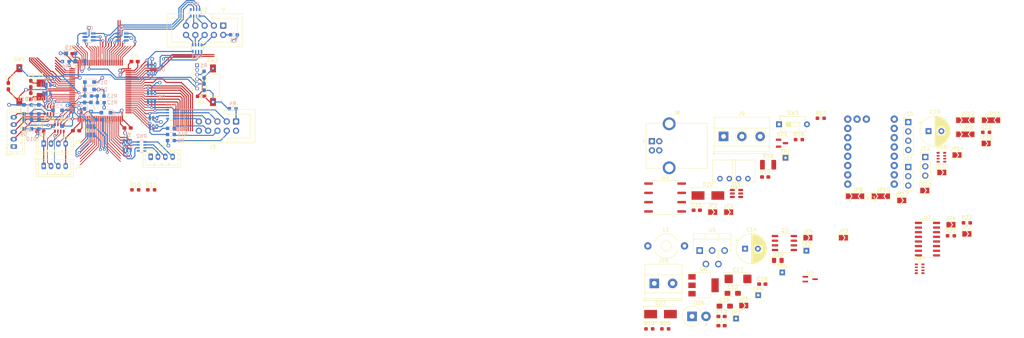
<source format=kicad_pcb>
(kicad_pcb (version 20211014) (generator pcbnew)
  (layers (0 "F.Cu" signal) (1 "In1.Cu" power) (2 "In2.Cu" power) (31 "B.Cu" signal) (34 "B.Paste" user) (35 "F.Paste" user) (36 "B.SilkS" user "B.Silkscreen") (37 "F.SilkS" user "F.Silkscreen") (38 "B.Mask" user) (39 "F.Mask" user) (44 "Edge.Cuts" user))
  (net 0 "")
  (net 1 "/MCU base/OSC_IN")
  (net 2 "GND")
  (net 3 "/MCU base/NRST")
  (net 4 "/MCU base/BOOT0")
  (net 5 "+3V3")
  (net 6 "/MCU base/OSC_OUT")
  (net 7 "/MCU base/BTN0")
  (net 8 "/MCU base/BTN1")
  (net 9 "/MCU base/BTN2_SDA")
  (net 10 "/MCU base/SWDIO")
  (net 11 "/MCU base/BTN3_SCL")
  (net 12 "/MCU base/SWCLK")
  (net 13 "M4_L0")
  (net 14 "M4_L1")
  (net 15 "/MCU base/BTN4")
  (net 16 "/MCU base/BTN5")
  (net 17 "/MCU base/BTN6")
  (net 18 "M3_L1")
  (net 19 "M3_L0")
  (net 20 "M2_L1")
  (net 21 "M2_L0")
  (net 22 "M1_L0")
  (net 23 "M1_L1")
  (net 24 "USART1_TX")
  (net 25 "USART1_RX")
  (net 26 "M0_L0")
  (net 27 "M0_L1")
  (net 28 "M7_L0")
  (net 29 "M7_L1")
  (net 30 "/MCU base/SCRN_DCRS")
  (net 31 "/MCU base/SCRN_SCK")
  (net 32 "/MCU base/SCRN_MISO")
  (net 33 "/MCU base/SCRN_MOSI")
  (net 34 "/MCU base/SCRN_RST")
  (net 35 "/MCU base/SCRN_CS")
  (net 36 "M6_L1")
  (net 37 "M6_L0")
  (net 38 "M5_L1")
  (net 39 "M5_L0")
  (net 40 "/MCU base/A0")
  (net 41 "/MCU base/A1")
  (net 42 "/MCU base/A2")
  (net 43 "/MCU base/A3")
  (net 44 "/MCU base/A4")
  (net 45 "/MCU base/A5")
  (net 46 "/MCU base/Diag")
  (net 47 "Net-(J1-Pad4)")
  (net 48 "Net-(J2-Pad2)")
  (net 49 "Net-(J2-Pad3)")
  (net 50 "Net-(J2-Pad4)")
  (net 51 "Net-(J2-Pad5)")
  (net 52 "Net-(J2-Pad6)")
  (net 53 "Net-(J2-Pad7)")
  (net 54 "Net-(J2-Pad8)")
  (net 55 "ADC2")
  (net 56 "ADC3")
  (net 57 "ADC4")
  (net 58 "ADC5")
  (net 59 "+5V")
  (net 60 "DIAG")
  (net 61 "ADC0")
  (net 62 "Vdrive")
  (net 63 "ADC1")
  (net 66 "MUL0")
  (net 67 "MUL1")
  (net 68 "MUL2")
  (net 69 "MUL_EN")
  (net 70 "M1_EN")
  (net 71 "M1_DIR")
  (net 72 "M1_STEP")
  (net 73 "+3.3VADC")
  (net 74 "TMC_SCK")
  (net 75 "TMC_MISO")
  (net 76 "TMC_MOSI")
  (net 77 "M0_STEP")
  (net 78 "M0_EN")
  (net 79 "M0_DIR")
  (net 80 "M7_STEP")
  (net 81 "M7_EN")
  (net 82 "M7_DIR")
  (net 83 "USART3_TX")
  (net 84 "M6_STEP")
  (net 85 "M6_DIR")
  (net 86 "M6_EN")
  (net 87 "M5_STEP")
  (net 88 "M5_DIR")
  (net 89 "M5_EN")
  (net 90 "USB_DM")
  (net 91 "USB_DP")
  (net 92 "M4_STEP")
  (net 93 "M4_EN")
  (net 94 "M4_DIR")
  (net 95 "CAN_RX")
  (net 96 "CAN_TX")
  (net 97 "USART2_TX")
  (net 98 "M3_DIR")
  (net 99 "M3_STEP")
  (net 100 "M3_EN")
  (net 101 "M2_STEP")
  (net 102 "M2_DIR")
  (net 103 "M2_EN")
  (net 104 "Net-(J2-Pad10)")
  (net 105 "Net-(C10-Pad1)")
  (net 106 "/MCU base/MOT_MUL0")
  (net 107 "/MCU base/MOT_MUL1")
  (net 108 "/MCU base/MOT_MUL2")
  (net 109 "/MCU base/MOT_MUL_EN")
  (net 110 "Net-(J6-Pad2)")
  (net 111 "Net-(J6-Pad3)")
  (net 112 "Net-(J6-Pad4)")
  (net 113 "Net-(J6-Pad5)")
  (net 114 "Net-(C11-Pad1)")
  (net 115 "Earth")
  (net 116 "Net-(C15-Pad1)")
  (net 117 "Net-(C17-Pad1)")
  (net 118 "Net-(C19-Pad1)")
  (net 119 "Net-(D22-Pad1)")
  (net 120 "/VB")
  (net 121 "Net-(J3-Pad8)")
  (net 122 "/MCU base/OUT1")
  (net 123 "/MCU base/OUT0")
  (net 124 "/MCU base/OUT2")
  (net 125 "Net-(J7-Pad2)")
  (net 126 "Net-(J7-Pad3)")
  (net 129 "Net-(J7-Pad4)")
  (net 130 "/CANL")
  (net 131 "/CANH")
  (net 132 "Net-(D25-Pad2)")
  (net 133 "Net-(D26-Pad1)")
  (net 134 "Net-(J3-Pad1)")
  (net 135 "Net-(J3-Pad3)")
  (net 136 "Net-(J3-Pad4)")
  (net 137 "Net-(J3-Pad5)")
  (net 138 "Net-(J3-Pad6)")
  (net 139 "Net-(J3-Pad7)")
  (net 140 "Net-(J3-Pad9)")
  (net 141 "Net-(J4-Pad1)")
  (net 142 "Net-(J8-Pad2)")
  (net 143 "Net-(J8-Pad3)")
  (net 144 "Net-(J10-Pad2)")
  (net 145 "Net-(J11-Pad3)")
  (net 146 "Net-(J13-Pad1)")
  (net 147 "Net-(J13-Pad2)")
  (net 148 "Net-(J13-Pad3)")
  (net 149 "Net-(J13-Pad4)")
  (net 150 "Net-(JP3-Pad1)")
  (net 151 "Net-(JP4-Pad2)")
  (net 152 "/Motors/Vm")
  (net 153 "Net-(JP7-Pad2)")
  (net 154 "Net-(JP8-Pad1)")
  (net 155 "/Motors/USART0-3")
  (net 156 "/Motors/stepper_M/Vio")
  (net 157 "/Motors/MOSI")
  (net 158 "/Motors/stepper_M/MS1")
  (net 159 "/Motors/SCK")
  (net 160 "/Motors/stepper_M/MS2")
  (net 161 "/Motors/MISO")
  (net 162 "/Motors/stepper_M/SPR")
  (net 163 "Net-(JP13-Pad1)")
  (net 164 "/Motors/stepper_M/CLK")
  (net 165 "Net-(R16-Pad2)")
  (net 166 "Net-(R17-Pad2)")
  (net 167 "Net-(R18-Pad1)")
  (net 168 "/Motors/USART4-7")
  (net 173 "/CAN_Rx")
  (net 174 "/CAN_Tx")
  (net 175 "/Motors/DIAG4")
  (net 176 "/Motors/DIAG6")
  (net 177 "/Motors/DIAG7")
  (net 178 "/Motors/DIAG5")
  (net 179 "/Motors/DIAG3")
  (net 180 "/Motors/DIAG0")
  (net 181 "/Motors/DIAG1")
  (net 182 "/Motors/DIAG2")
  (footprint "Capacitor_SMD:C_0603_1608Metric_Pad1.08x0.95mm_HandSolder" (layer "F.Cu") (at 110.8975 79.502)
    (fp_text reference "C9")
    (fp_text value "0.1")
  )
  (footprint "Jumper:SolderJumper-2_P1.3mm_Open_TrianglePad1.0x1.5mm" (layer "F.Cu") (at 290.9592 122.8432)
    (fp_text reference "JP1")
    (fp_text value "SolderJumper_2_Bridged")
  )
  (footprint "Connector_PinHeader_2.54mm:PinHeader_1x04_P2.54mm_Vertical" (layer "F.Cu") (at 340.0092 98.2332)
    (fp_text reference "J13")
    (fp_text value "Conn_01x04_Male")
  )
  (footprint "Connector_JST:JST_PH_B5B-PH-K_1x05_P2.00mm_Vertical" (layer "F.Cu") (at 95.758 104.902 90)
    (fp_text reference "J6")
    (fp_text value "MOT_MUL")
  )
  (footprint "Connector_IDC:IDC-Header_2x05_P2.54mm_Vertical" (layer "F.Cu") (at 152.9588 71.8407 -90)
    (fp_text reference "J2")
    (fp_text value "buttons_I2C")
  )
  (footprint "Button_Switch_SMD:SW_SPST_FSMSM" (layer "F.Cu") (at 150.1648 88.138 -90)
    (fp_text reference "SW2")
    (fp_text value "boot")
  )
  (footprint "Jumper:SolderJumper-2_P1.3mm_Open_TrianglePad1.0x1.5mm" (layer "F.Cu") (at 295.0792 148.3932)
    (fp_text reference "JP5")
    (fp_text value "SolderJumper_2_Bridged")
  )
  (footprint "Button_Switch_THT:SW_DIP_SPSTx01_Slide_6.7x4.1mm_W7.62mm_P2.54mm_LowProfile" (layer "F.Cu") (at 304.7192 98.8332)
    (fp_text reference "SW3")
    (fp_text value "SW_DIP_x01")
  )
  (footprint "Connector_JST:JST_PH_B4B-PH-K_1x04_P2.00mm_Vertical" (layer "F.Cu") (at 103.934 104.098)
    (fp_text reference "J5")
    (fp_text value "ADC1")
  )
  (footprint "Connector_PinHeader_2.54mm:PinHeader_1x03_P2.54mm_Vertical" (layer "F.Cu") (at 344.6592 107.7832)
    (fp_text reference "J12")
    (fp_text value "Conn_01x03_Male")
  )
  (footprint "Package_TO_SOT_SMD:SOT-23" (layer "F.Cu") (at 305.5392 103.9832)
    (fp_text reference "D24")
    (fp_text value "PESD1CAN")
  )
  (footprint "Jumper:SolderJumper-2_P1.3mm_Open_TrianglePad1.0x1.5mm" (layer "F.Cu") (at 349.1592 111.9832)
    (fp_text reference "JP15")
    (fp_text value "SolderJumper_2_Bridged")
  )
  (footprint "Resistor_SMD:R_0603_1608Metric_Pad0.98x0.95mm_HandSolder" (layer "F.Cu") (at 310.1592 103.0132)
    (fp_text reference "R16")
    (fp_text value "22")
  )
  (footprint "Resistor_SMD:R_Array_Convex_4x0603" (layer "F.Cu") (at 343.1092 138.3332)
    (fp_text reference "RN7")
    (fp_text value "330")
  )
  (footprint "TerminalBlock_Phoenix:TerminalBlock_Phoenix_MKDS-1,5-2_1x02_P5.00mm_Horizontal" (layer "F.Cu") (at 270.6592 142.3332)
    (fp_text reference "J10")
    (fp_text value "Screw_Terminal_01x02")
  )
  (footprint "Connector_IDC:IDC-Header_2x05_P2.54mm_Vertical" (layer "F.Cu") (at 156.464 98.044 -90)
    (fp_text reference "J3")
    (fp_text value "screen")
  )
  (footprint "Jumper:SolderJumper-3_P2.0mm_Open_TrianglePad1.0x1.5mm" (layer "F.Cu") (at 332.5192 118.4832)
    (fp_text reference "JP10")
    (fp_text value "SolderJumper_3_Open")
  )
  (footprint "Jumper:SolderJumper-2_P1.3mm_Open_TrianglePad1.0x1.5mm" (layer "F.Cu") (at 344.5092 116.9332)
    (fp_text reference "JP13")
    (fp_text value "SolderJumper_2_Bridged")
  )
  (footprint "Jumper:SolderJumper-2_P1.3mm_Open_TrianglePad1.0x1.5mm" (layer "F.Cu") (at 356.0092 128.7932)
    (fp_text reference "JP7")
    (fp_text value "SolderJumper_2_Bridged")
  )
  (footprint "Jumper:SolderJumper-3_P2.0mm_Open_TrianglePad1.0x1.5mm" (layer "F.Cu") (at 325.4892 118.4832)
    (fp_text reference "JP8")
    (fp_text value "SolderJumper_3_Open")
  )
  (footprint "TestPoint:TestPoint_THTPad_1.5x1.5mm_Drill0.7mm" (layer "F.Cu") (at 292.9792 151.9432)
    (fp_text reference "TP3")
    (fp_text value "Gnd")
  )
  (footprint "Package_SO:SOIC-16_3.9x9.9mm_P1.27mm" (layer "F.Cu") (at 345.2592 130.2332)
    (fp_text reference "U7")
    (fp_text value "74HC4051")
  )
  (footprint "Jumper:SolderJumper-2_P1.3mm_Open_TrianglePad1.0x1.5mm" (layer "F.Cu") (at 338.2192 119.6332)
    (fp_text reference "JP17")
    (fp_text value "SolderJumper_2_Bridged")
  )
  (footprint "Connector_PinSocket_1.27mm:PinSocket_1x06_P1.27mm_Vertical" (layer "F.Cu") (at 145.821 82.677)
    (fp_text reference "J1")
    (fp_text value "Prog")
  )
  (footprint "Capacitor_Tantalum_SMD:CP_EIA-3216-18_Kemet-A_Pad1.58x1.35mm_HandSolder" (layer "F.Cu") (at 292.0792 145.0432)
    (fp_text reference "C12")
    (fp_text value "47u 6V")
  )
  (footprint "Package_TO_SOT_SMD:SOT-23-6" (layer "F.Cu") (at 293.1092 117.7432)
    (fp_text reference "U3")
    (fp_text value "USBLC6-2SC6")
  )
  (footprint "Package_QFP:LQFP-100_14x14mm_P0.5mm" (layer "F.Cu") (at 119.38 89.662)
    (fp_text reference "U1")
    (fp_text value "STM32F303VDTx")
  )
  (footprint "Capacitor_SMD:C_0603_1608Metric_Pad1.08x0.95mm_HandSolder" (layer "F.Cu") (at 100.41735 91.1352 90)
    (fp_text reference "C4")
    (fp_text value "12")
  )
  (footprint "TestPoint:TestPoint_THTPad_1.5x1.5mm_Drill0.7mm" (layer "F.Cu") (at 312.1992 133.3932)
    (fp_text reference "TP2")
    (fp_text value "5V")
  )
  (footprint "Capacitor_SMD:C_0603_1608Metric_Pad1.08x0.95mm_HandSolder" (layer "F.Cu") (at 300.9392 113.2332)
    (fp_text reference "C10")
    (fp_text value "1u")
  )
  (footprint "Crystal:Crystal_SMD_5032-2Pin_5.0x3.2mm" (layer "F.Cu") (at 103.2256 89.408 -90)
    (fp_text reference "Y1")
    (fp_text value "NX5032GA-8MHz")
  )
  (footprint "Diode_SMD:D_0805_2012Metric_Pad1.15x1.40mm_HandSolder" (layer "F.Cu") (at 304.3942 136.0382)
    (fp_text reference "D25")
    (fp_text value "MM3Z7V5")
  )
  (footprint "Resistor_SMD:R_Array_Convex_4x0603" (layer "F.Cu") (at 105.41 94.996 90)
    (fp_text reference "RN6")
    (fp_text value "330")
  )
  (footprint "Resistor_SMD:R_0603_1608Metric_Pad0.98x0.95mm_HandSolder" (layer "F.Cu") (at 269.3092 154.7632)
    (fp_text reference "R19")
    (fp_text value "4k7")
  )
  (footprint "Resistor_SMD:R_0603_1608Metric_Pad0.98x0.95mm_HandSolder" (layer "F.Cu") (at 146.8628 91.186 180)
    (fp_text reference "R2")
    (fp_text value "22")
  )
  (footprint "Capacitor_SMD:C_0603_1608Metric_Pad1.08x0.95mm_HandSolder" (layer "F.Cu") (at 128.7515 81.661)
    (fp_text reference "C5")
    (fp_text value "0.1")
  )
  (footprint "Capacitor_SMD:C_0603_1608Metric_Pad1.08x0.95mm_HandSolder" (layer "F.Cu") (at 94.2848 88.3909 -90)
    (fp_text reference "C2")
    (fp_text value "0.1")
  )
  (footprint "Jumper:SolderJumper-2_P1.3mm_Open_TrianglePad1.0x1.5mm" (layer "F.Cu") (at 312.5992 129.8432)
    (fp_text reference "JP4")
    (fp_text value "SolderJumper_2_Bridged")
  )
  (footprint "Jumper:SolderJumper-2_P1.3mm_Open_TrianglePad1.0x1.5mm" (layer "F.Cu") (at 286.6092 122.8432)
    (fp_text reference "JP2")
    (fp_text value "SolderJumper_2_Bridged")
  )
  (footprint "Diode_SMD:D_SMB_Handsoldering" (layer "F.Cu") (at 272.3592 150.7332)
    (fp_text reference "D27")
    (fp_text value "MBRS130L")
  )
  (footprint "Jumper:SolderJumper-2_P1.3mm_Open_TrianglePad1.0x1.5mm" (layer "F.Cu") (at 322.2992 129.8432)
    (fp_text reference "JP3")
    (fp_text value "SolderJumper_2_Bridged")
  )
  (footprint "Resistor_SMD:R_Array_Convex_4x0603" (layer "F.Cu") (at 108.204 99.822 90)
    (fp_text reference "RN5")
    (fp_text value "330")
  )
  (footprint "Jumper:SolderJumper-2_P1.3mm_Open_TrianglePad1.0x1.5mm" (layer "F.Cu") (at 353.3092 107.2332)
    (fp_text reference "JP14")
    (fp_text value "SolderJumper_2_Bridged")
  )
  (footprint "stepper:B0x0xS" (layer "F.Cu") (at 292.4042 113.6772)
    (fp_text reference "Q1")
    (fp_text value "B0505S")
  )
  (footprint "Capacitor_SMD:C_0603_1608Metric_Pad1.08x0.95mm_HandSolder" (layer "F.Cu") (at 100.41735 87.7802 -90)
    (fp_text reference "C1")
    (fp_text value "12")
  )
  (footprint "Capacitor_SMD:C_0603_1608Metric_Pad1.08x0.95mm_HandSolder" (layer "F.Cu") (at 282.2592 122.3232)
    (fp_text reference "C11")
    (fp_text value "1u")
  )
  (footprint "Capacitor_SMD:C_0603_1608Metric_Pad1.08x0.95mm_HandSolder" (layer "F.Cu") (at 289.0292 151.3732)
    (fp_text reference "C13")
    (fp_text value "0.1")
  )
  (footprint "Diode_THT:D_DO-201_P3.81mm_Vertical_AnodeUp" (layer "F.Cu") (at 280.9692 151.3432)
    (fp_text reference "D26")
    (fp_text value "1N5822")
  )
  (footprint "Package_SO:SOP-8_6.62x9.15mm_P2.54mm" (layer "F.Cu") (at 273.6092 118.8432)
    (fp_text reference "U2")
    (fp_text value "ISO1050DUB")
  )
  (footprint "Jumper:SolderJumper-3_P2.0mm_Open_TrianglePad1.0x1.5mm" (layer "F.Cu") (at 355.5792 97.7032)
    (fp_text reference "JP12")
    (fp_text value "SolderJumper_3_Open")
  )
  (footprint "Capacitor_THT:CP_Radial_D8.0mm_P3.50mm" (layer "F.Cu") (at 345.553898 100.6832)
    (fp_text reference "C19")
    (fp_text value "100u 35V")
  )
  (footprint "Package_TO_SOT_THT:TO-220-5_P3.4x3.7mm_StaggerEven_Lead3.8mm_Vertical" (layer "F.Cu") (at 283.0592 133.3432)
    (fp_text reference "U5")
    (fp_text value "LM2576-5.0")
  )
  (footprint "Resistor_SMD:R_0603_1608Metric_Pad0.98x0.95mm_HandSolder" (layer "F.Cu") (at 316.1192 97.1632)
    (fp_text reference "R17")
    (fp_text value "22")
  )
  (footprint "Diode_SMD:D_SMB_Handsoldering" (layer "F.Cu") (at 285.3092 118.2932)
    (fp_text reference "D22")
    (fp_text value "MBRS130L")
  )
  (footprint "Capacitor_Tantalum_SMD:CP_EIA-3216-18_Kemet-A_Pad1.58x1.35mm_HandSolder" (layer "F.Cu") (at 289.8992 148.5432)
    (fp_text reference "C16")
    (fp_text value "47u 6V")
  )
  (footprint "Capacitor_SMD:C_0603_1608Metric_Pad1.08x0.95mm_HandSolder" (layer "F.Cu") (at 300.1492 142.5232)
    (fp_text reference "C18")
    (fp_text value "0.1")
  )
  (footprint "Connector_JST:JST_PH_B4B-PH-K_1x04_P2.00mm_Vertical" (layer "F.Cu") (at 133.144 107.7048)
    (fp_text reference "J7")
    (fp_text value "ADC2")
  )
  (footprint "Jumper:SolderJumper-2_P1.3mm_Open_TrianglePad1.0x1.5mm" (layer "F.Cu") (at 361.2792 104.0432)
    (fp_text reference "JP16")
    (fp_text value "SolderJumper_2_Bridged")
  )
  (footprint "TestPoint:TestPoint_THTPad_1.5x1.5mm_Drill0.7mm" (layer "F.Cu") (at 299.0292 145.5532)
    (fp_text reference "TP4")
    (fp_text value "5V")
  )
  (footprint "Resistor_SMD:R_0603_1608Metric_Pad0.98x0.95mm_HandSolder" (layer "F.Cu") (at 356.0092 125.7632)
    (fp_text reference "R22")
    (fp_text value "100")
  )
  (footprint "Jumper:SolderJumper-2_P1.3mm_Open_TrianglePad1.0x1.5mm" (layer "F.Cu") (at 351.6592 126.2832)
    (fp_text reference "JP6")
    (fp_text value "SolderJumper_2_Bridged")
  )
  (footprint "Capacitor_SMD:C_0603_1608Metric_Pad1.08x0.95mm_HandSolder" (layer "F.Cu") (at 126.8465 99.822 180)
    (fp_text reference "C6")
    (fp_text value "0.1")
  )
  (footprint "Inductor_THT:L_Toroid_Horizontal_D6.5mm_P10.00mm_Diameter7-5mm_Amidon-T25" (layer "F.Cu") (at 268.9092 132.0832)
    (fp_text reference "L1")
    (fp_text value "100u")
  )
  (footprint "Button_Switch_SMD:SW_SPST_FSMSM" (layer "F.Cu") (at 97.282 88.0692 -90)
    (fp_text reference "SW1")
    (fp_text value "reset")
  )
  (footprint "TerminalBlock_Phoenix:TerminalBlock_Phoenix_MKDS-1,5-3_1x03_P5.00mm_Horizontal" (layer "F.Cu") (at 289.5692 102.1432)
    (fp_text reference "J9")
    (fp_text value "Screw_Terminal_01x03")
  )
  (footprint "Resistor_SMD:R_0603_1608Metric_Pad0.98x0.95mm_HandSolder" (layer "F.Cu") (at 133.2992 116.7384)
    (fp_text reference "R11")
    (fp_text value "10k")
  )
  (footprint "Capacitor_Tantalum_SMD:CP_EIA-6032-28_Kemet-C_Pad2.25x2.35mm_HandSolder" (layer "F.Cu") (at 293.5292 141.0932)
    (fp_text reference "C17")
    (fp_text value "47u 10V")
  )
  (footprint "Connector_PinHeader_2.54mm:PinHeader_1x03_P2.54mm_Vertical" (layer "F.Cu") (at 340.0092 110.4832)
    (fp_text reference "J11")
    (fp_text value "Conn_01x03_Male")
  )
  (footprint "Capacitor_SMD:C_0603_1608Metric_Pad1.08x0.95mm_HandSolder" (layer "F.Cu") (at 289.0292 153.8832)
    (fp_text reference "C15")
    (fp_text value "0.1")
  )
  (footprint "Resistor_SMD:R_0603_1608Metric_Pad0.98x0.95mm_HandSolder" (layer "F.Cu") (at 273.6592 154.7632)
    (fp_text reference "R20")
    (fp_text value "4k7")
  )
  (footprint "Resistor_SMD:R_0603_1608Metric_Pad0.98x0.95mm_HandSolder" (layer "F.Cu") (at 351.6592 129.3132)
    (fp_text reference "R21")
    (fp_text value "100")
  )
  (footprint "Resistor_SMD:R_0603_1608Metric_Pad0.98x0.95mm_HandSolder" (layer "F.Cu") (at 128.9492 116.7384)
    (fp_text reference "R10")
    (fp_text value "91k")
  )
  (footprint "Capacitor_SMD:C_0603_1608Metric_Pad1.08x0.95mm_HandSolder" (layer "F.Cu") (at 112.776 100.584 180)
    (fp_text reference "C7")
    (fp_text value "0.1")
  )
  (footprint "Capacitor_THT:CP_Radial_D8.0mm_P3.50mm" (layer "F.Cu") (at 295.453898 132.8432)
    (fp_text reference "C14")
    (fp_text value "100u 16V")
  )
  (footprint "Connector_JST:JST_PH_B4B-PH-K_1x04_P2.00mm_Vertical" (layer "F.Cu") (at 103.934 110.236)
    (fp_text reference "J4")
    (fp_text value "ADC2")
  )
  (footprint "Resistor_SMD:R_0603_1608Metric_Pad0.98x0.95mm_HandSolder" (layer "F.Cu") (at 103.0224 100.7364)
    (fp_text reference "R9")
    (fp_text value "22")
  )
  (footprint "Package_TO_SOT_SMD:SOT-323_SC-70_Handsoldering" (layer "F.Cu") (at 313.2328 141.1732)
    (fp_text reference "U4")
    (fp_text value "LM4050A(b)EX3-3.3")
  )
  (footprint "Package_SO:SO-8_3.9x4.9mm_P1.27mm" (layer "F.Cu") (at 306.1992 131.2932)
    (fp_text reference "Q2")
    (fp_text value "IRF9310")
  )
  (footprint "Resistor_SMD:R_Array_Convex_4x0603" (layer "F.Cu") (at 349.0592 107.8332)
    (fp_text reference "RN8")
    (fp_text value "330")
  )
  (footprint "TestPoint:TestPoint_THTPad_1.5x1.5mm_Drill0.7mm" (layer "F.Cu") (at 305.5992 139.3332)
    (fp_text reference "TP5")
    (fp_text value "3.3V")
  )
  (footprint "stepper:stepper_module" (layer "F.Cu") (at 329.8342 106.2982)
    (fp_text reference "XX1")
    (fp_text value "stepper_module")
  )
  (footprint "Connector_USB:USB_B_OST_USB-B1HSxx_Horizontal" (layer "F.Cu") (at 270.0142 103.4532)
    (fp_text reference "J8")
    (fp_text value "USB_B")
  )
  (footprint "Package_TO_SOT_SMD:SOT-223-3_TabPin2" (layer "F.Cu") (at 284.1092 142.8432)
    (fp_text reference "U6")
    (fp_text value "LM1117-3.3")
  )
  (footprint "Resistor_SMD:R_1210_3225Metric_Pad1.30x2.65mm_HandSolder" (layer "F.Cu") (at 301.7392 109.8732)
    (fp_text reference "R18")
    (fp_text value "120")
  )
  (footprint "Jumper:SolderJumper-3_P2.0mm_Open_TrianglePad1.0x1.5mm" (layer "F.Cu") (at 362.6092 97.7032)
    (fp_text reference "JP11")
    (fp_text value "SolderJumper_3_Open")
  )
  (footprint "Resistor_SMD:R_0603_1608Metric_Pad0.98x0.95mm_HandSolder" (layer "F.Cu") (at 361.2792 101.0132)
    (fp_text reference "R23")
    (fp_text value "100")
  )
  (footprint "Jumper:SolderJumper-3_P2.0mm_Open_TrianglePad1.0x1.5mm" (layer "F.Cu") (at 355.5792 101.5532)
    (fp_text reference "JP9")
    (fp_text value "SolderJumper_3_Open")
  )
  (footprint "TestPoint:TestPoint_THTPad_1.5x1.5mm_Drill0.7mm" (layer "F.Cu") (at 306.4892 107.9832)
    (fp_text reference "TP1")
    (fp_text value "5V")
  )
  (footprint "Package_TO_SOT_SMD:SOT-23-6" (layer "B.Cu") (at 116.3265 74.93)
    (fp_text reference "D3")
    (fp_text value "SP0505BAHT")
  )
  (footprint "Resistor_SMD:R_0603_1608Metric_Pad0.98x0.95mm_HandSolder" (layer "B.Cu") (at 138.684 103.2764)
    (fp_text reference "R5")
    (fp_text value "5.1")
  )
  (footprint "Resistor_SMD:R_0603_1608Metric_Pad0.98x0.95mm_HandSolder" (layer "B.Cu") (at 119.126 97.536)
    (fp_text reference "R8")
    (fp_text value "330")
  )
  (footprint "Resistor_SMD:R_0603_1608Metric_Pad0.98x0.95mm_HandSolder" (layer "B.Cu") (at 119.5324 92.9132)
    (fp_text reference "R12")
    (fp_text value "47k")
  )
  (footprint "Diode_SMD:D_SOD-323_HandSoldering" (layer "B.Cu") (at 116.84 94.0816 90)
    (fp_text reference "D20")
    (fp_text value "SS14")
  )
  (footprint "Diode_SMD:D_SOD-323_HandSoldering" (layer "B.Cu") (at 113.8736 81.4832)
    (fp_text reference "D23")
    (fp_text value "SS14")
  )
  (footprint "Resistor_SMD:R_Array_Convex_4x0603" (layer "B.Cu") (at 145.8214 78.0034 90)
    (fp_text reference "RN3")
    (fp_text value "330")
  )
  (footprint "Diode_SMD:D_SOD-323_HandSoldering" (layer "B.Cu") (at 100.584 98.806 90)
    (fp_text reference "D10")
    (fp_text value "SS14")
  )
  (footprint "Diode_SMD:D_SOD-323_HandSoldering" (layer "B.Cu") (at 100.584 94.742 90)
    (fp_text reference "D17")
    (fp_text value "SS14")
  )
  (footprint "Resistor_SMD:R_Array_Convex_4x0603" (layer "B.Cu") (at 138.684 96.0628)
    (fp_text reference "RN4")
    (fp_text value "330")
  )
  (footprint "Package_TO_SOT_SMD:SOT-23-6" (layer "B.Cu") (at 104.8004 89.2048 -90)
    (fp_text reference "D4")
    (fp_text value "SP0505BAHT")
  )
  (footprint "Resistor_SMD:R_0603_1608Metric_Pad0.98x0.95mm_HandSolder" (layer "B.Cu") (at 109.9585 81.661)
    (fp_text reference "R6")
    (fp_text value "330")
  )
  (footprint "Diode_SMD:D_SOD-323_HandSoldering" (layer "B.Cu") (at 107.696 99.314)
    (fp_text reference "D12")
    (fp_text value "SS14")
  )
  (footprint "Package_TO_SOT_SMD:SOT-23-6" (layer "B.Cu") (at 125.3545 74.93 180)
    (fp_text reference "D2")
    (fp_text value "SP0505BAHT")
  )
  (footprint "Diode_SMD:D_SOD-323_HandSoldering" (layer "B.Cu") (at 107.696 94.996 180)
    (fp_text reference "D19")
    (fp_text value "SS14")
  )
  (footprint "Diode_SMD:D_SOD-323_HandSoldering" (layer "B.Cu") (at 98.552 98.806 90)
    (fp_text reference "D9")
    (fp_text value "SS14")
  )
  (footprint "Diode_SMD:D_SOD-323_HandSoldering" (layer "B.Cu") (at 111.3536 79.4004)
    (fp_text reference "D15")
    (fp_text value "SS14")
  )
  (footprint "Diode_SMD:D_SOD-323_HandSoldering" (layer "B.Cu") (at 116.4336 89.3064)
    (fp_text reference "D21")
    (fp_text value "SS14")
  )
  (footprint "Resistor_SMD:R_0603_1608Metric_Pad0.98x0.95mm_HandSolder" (layer "B.Cu") (at 116.0799 91.0844 180)
    (fp_text reference "R7")
    (fp_text value "330")
  )
  (footprint "Resistor_SMD:R_Array_Convex_4x0603" (layer "B.Cu") (at 145.288 68.326 90)
    (fp_text reference "RN1")
    (fp_text value "330")
  )
  (footprint "Package_TO_SOT_SMD:SOT-23-6" (layer "B.Cu") (at 133.858 98.298 -90)
    (fp_text reference "D7")
    (fp_text value "SP0505BAHT")
  )
  (footprint "Diode_SMD:D_SOD-323_HandSoldering" (layer "B.Cu") (at 102.616 98.806 90)
    (fp_text reference "D11")
    (fp_text value "SS14")
  )
  (footprint "Package_TO_SOT_SMD:SOT-23-6" (layer "B.Cu") (at 126.746 104.648 -90)
    (fp_text reference "D6")
    (fp_text value "SP0505BAHT")
  )
  (footprint "Diode_SMD:D_SOD-323_HandSoldering" (layer "B.Cu") (at 98.552 94.742 90)
    (fp_text reference "D16")
    (fp_text value "SS14")
  )
  (footprint "Diode_SMD:D_SOD-323_HandSoldering" (layer "B.Cu") (at 120.924 95.6564 180)
    (fp_text reference "D13")
    (fp_text value "SS14")
  )
  (footprint "Package_TO_SOT_SMD:SOT-23-6" (layer "B.Cu") (at 133.383 83.6985 -90)
    (fp_text reference "D1")
    (fp_text value "SP0505BAHT")
  )
  (footprint "Diode_SMD:D_SOD-323_HandSoldering" (layer "B.Cu") (at 102.616 94.742 90)
    (fp_text reference "D18")
    (fp_text value "SS14")
  )
  (footprint "Resistor_SMD:R_0603_1608Metric_Pad0.98x0.95mm_HandSolder" (layer "B.Cu") (at 138.684 101.6)
    (fp_text reference "R15")
    (fp_text value "330")
  )
  (footprint "Resistor_SMD:R_0603_1608Metric_Pad0.98x0.95mm_HandSolder" (layer "B.Cu") (at 147.7264 85.2424 90)
    (fp_text reference "R1")
    (fp_text value "10k")
  )
  (footprint "Package_TO_SOT_SMD:SOT-23-6" (layer "B.Cu") (at 133.383 91.3185 -90)
    (fp_text reference "D8")
    (fp_text value "SP0505BAHT")
  )
  (footprint "Capacitor_SMD:C_0603_1608Metric_Pad1.08x0.95mm_HandSolder" (layer "B.Cu") (at 115.1128 93.726 90)
    (fp_text reference "C8")
    (fp_text value "0.1")
  )
  (footprint "Resistor_SMD:R_Array_Convex_4x0603" (layer "B.Cu") (at 130.6576 104.8512 180)
    (fp_text reference "RN2")
    (fp_text value "330")
  )
  (footprint "Package_TO_SOT_SMD:SOT-23-6" (layer "B.Cu") (at 116.84 100.584 -90)
    (fp_text reference "D5")
    (fp_text value "SP0505BAHT")
  )
  (footprint "Capacitor_SMD:C_0603_1608Metric_Pad1.08x0.95mm_HandSolder" (layer "B.Cu") (at 147.7264 88.646 -90)
    (fp_text reference "C3")
    (fp_text value "0.1")
  )
  (footprint "Resistor_SMD:R_0603_1608Metric_Pad0.98x0.95mm_HandSolder" (layer "B.Cu") (at 155.5496 94.5388 180)
    (fp_text reference "R4")
    (fp_text value "7.5")
  )
  (footprint "Resistor_SMD:R_0603_1608Metric_Pad0.98x0.95mm_HandSolder" (layer "B.Cu") (at 155.8798 74.3458)
    (fp_text reference "R3")
    (fp_text value "22")
  )
  (footprint "Resistor_SMD:R_0603_1608Metric_Pad0.98x0.95mm_HandSolder" (layer "B.Cu") (at 119.4816 91.0844 180)
    (fp_text reference "R13")
    (fp_text value "47k")
  )
  (footprint "Diode_SMD:D_SOD-323_HandSoldering" (layer "B.Cu") (at 116.4336 87.2744 180)
    (fp_text reference "D14")
    (fp_text value "SS14")
  )
  (footprint "Resistor_SMD:R_0603_1608Metric_Pad0.98x0.95mm_HandSolder" (layer "B.Cu") (at 138.684 99.9236)
    (fp_text reference "R14")
    (fp_text value "330")
  )
  (segment (start 101.05765 87.558) (end 103.2256 87.558) (width 0.3) (layer "F.Cu") (net 1))
  (segment (start 111.705 89.162) (end 104.8296 89.162) (width 0.3) (layer "F.Cu") (net 1))
  (segment (start 100.41735 86.9177) (end 101.05765 87.558) (width 0.3) (layer "F.Cu") (net 1))
  (segment (start 104.8296 89.162) (end 103.2256 87.558) (width 0.3) (layer "F.Cu") (net 1))
  (segment (start 113.311361 80.518) (end 112.014 80.518) (width 0.3) (layer "F.Cu") (net 2))
  (segment (start 99.1616 89.408) (end 99.1108 89.3572) (width 0.3) (layer "F.Cu") (net 2))
  (segment (start 128.69 84.162) (end 129.614 83.238) (width 0.3) (layer "F.Cu") (net 2))
  (segment (start 127.055 84.162) (end 125.9468 84.162) (width 0.3) (layer "F.Cu") (net 2))
  (segment (start 111.9135 100.584) (end 111.9135 100.3035) (width 0.3) (layer "F.Cu") (net 2))
  (segment (start 113.88 81.086639) (end 113.311361 80.518) (width 0.3) (layer "F.Cu") (net 2))
  (segment (start 113.88 98.337) (end 113.88 97.337) (width 0.3) (layer "F.Cu") (net 2))
  (segment (start 113.88 83.8064) (end 114.4016 84.328) (width 0.3) (layer "F.Cu") (net 2))
  (segment (start 97.282 91.186) (end 99.1108 89.3572) (width 0.3) (layer "F.Cu") (net 2))
  (segment (start 97.282 92.6592) (end 97.282 91.186) (width 0.3) (layer "F.Cu") (net 2))
  (segment (start 124.88 98.718) (end 125.984 99.822) (width 0.3) (layer "F.Cu") (net 2))
  (segment (start 100.41735 89.408) (end 99.1616 89.408) (width 0.3) (layer "F.Cu") (net 2))
  (segment (start 125.9468 84.162) (end 124.8664 85.2424) (width 0.3) (layer "F.Cu") (net 2))
  (segment (start 113.88 81.987) (end 113.88 81.086639) (width 0.3) (layer "F.Cu") (net 2))
  (segment (start 113.88 95.846) (end 113.538 95.504) (width 0.3) (layer "F.Cu") (net 2))
  (segment (start 127.055 84.162) (end 128.69 84.162) (width 0.3) (layer "F.Cu") (net 2))
  (segment (start 112.014 80.518) (end 111.76 80.264) (width 0.3) (layer "F.Cu") (net 2))
  (segment (start 109.934 104.098) (end 109.934 102.5635) (width 0.3) (layer "F.Cu") (net 2))
  (segment (start 109.934 102.5635) (end 111.9135 100.584) (width 0.3) (layer "F.Cu") (net 2))
  (segment (start 94.2848 89.662) (end 97.282 92.6592) (width 0.3) (layer "F.Cu") (net 2))
  (segment (start 111.9135 100.3035) (end 113.88 98.337) (width 0.3) (layer "F.Cu") (net 2))
  (segment (start 126.1364 101.1936) (end 126.1364 99.9744) (width 0.3) (layer "F.Cu") (net 2))
  (segment (start 100.41735 89.408) (end 100.41735 88.6427) (width 0.3) (layer "F.Cu") (net 2))
  (segment (start 113.4924 93.162) (end 113.538 93.1164) (width 0.3) (layer "F.Cu") (net 2))
  (segment (start 113.88 97.337) (end 113.88 95.846) (width 0.3) (layer "F.Cu") (net 2))
  (segment (start 129.614 83.238) (end 129.614 81.661) (width 0.3) (layer "F.Cu") (net 2))
  (segment (start 113.88 81.987) (end 113.88 83.8064) (width 0.3) (layer "F.Cu") (net 2))
  (segment (start 109.934 110.236) (end 109.934 104.098) (width 0.3) (layer "F.Cu") (net 2))
  (segment (start 111.705 93.162) (end 113.4924 93.162) (width 0.3) (layer "F.Cu") (net 2))
  (segment (start 124.88 97.337) (end 124.88 98.718) (width 0.3) (layer "F.Cu") (net 2))
  (segment (start 111.76 80.264) (end 111.76 79.502) (width 0.3) (layer "F.Cu") (net 2))
  (segment (start 94.2848 89.2534) (end 94.2848 89.662) (width 0.3) (layer "F.Cu") (net 2))
  (segment (start 126.1364 99.9744) (end 125.984 99.822) (width 0.3) (layer "F.Cu") (net 2))
  (segment (start 100.41735 90.2727) (end 100.41735 89.408) (width 0.3) (layer "F.Cu") (net 2))
  (via (at 124.8664 85.2424) (size 1) (drill 0.6) (layers "F.Cu" "B.Cu") (net 2))
  (via (at 94.488 93.472) (size 1) (drill 0.6) (layers "F.Cu" "B.Cu") (net 2))
  (via (at 114.4016 84.328) (size 0.8) (drill 0.4) (layers "F.Cu" "B.Cu") (net 2))
  (via (at 127.8636 75.2856) (size 1) (drill 0.6) (layers "F.Cu" "B.Cu") (net 2))
  (via (at 113.538 95.504) (size 1) (drill 0.6) (layers "F.Cu" "B.Cu") (net 2))
  (via (at 116.332 72.4408) (size 1) (drill 0.6) (layers "F.Cu" "B.Cu") (net 2))
  (via (at 135.5852 87.4268) (size 1) (drill 0.6) (layers "F.Cu" "B.Cu") (net 2))
  (via (at 126.1364 101.1936) (size 1) (drill 0.6) (layers "F.Cu" "B.Cu") (net 2))
  (via (at 135.9408 98.1964) (size 1) (drill 0.6) (layers "F.Cu" "B.Cu") (net 2))
  (via (at 118.9228 89.3064) (size 1) (drill 0.6) (layers "F.Cu" "B.Cu") (net 2))
  (via (at 113.538 93.1164) (size 1) (drill 0.6) (layers "F.Cu" "B.Cu") (net 2))
  (via (at 133.5786 80.9752) (size 1) (drill 0.6) (layers "F.Cu" "B.Cu") (net 2))
  (via (at 99.1108 89.3572) (size 1) (drill 0.6) (layers "F.Cu" "B.Cu") (net 2))
  (segment (start 127.508 74.93) (end 127.8636 75.2856) (width 0.3) (layer "B.Cu") (net 2))
  (segment (start 98.552 93.492) (end 94.508 93.492) (width 0.3) (layer "B.Cu") (net 2))
  (segment (start 98.552 93.492) (end 100.584 93.492) (width 0.3) (layer "B.Cu") (net 2))
  (segment (start 146.8393 85.217) (end 147.7264 84.3299) (width 0.3) (layer "B.Cu") (net 2))
  (segment (start 120.3941 89.5585) (end 120.142 89.3064) (width 0.3) (layer "B.Cu") (net 2))
  (segment (start 115.1236 83.606) (end 115.1236 81.4832) (width 0.3) (layer "B.Cu") (net 2))
  (segment (start 133.383 82.561) (end 133.383 81.1708) (width 0.3) (layer "B.Cu") (net 2))
  (segment (start 116.84 99.4465) (end 116.84 98.353572) (width 0.3) (layer "B.Cu") (net 2))
  (segment (start 113.7909 92.8635) (end 113.538 93.1164) (width 0.3) (layer "B.Cu") (net 2))
  (segment (start 115.189 74.93) (end 116.0272 74.93) (width 0.3) (layer "B.Cu") (net 2))
  (segment (start 104.8004 89.0016) (end 104.47172 89.33028) (width 0.3) (layer "B.Cu") (net 2))
  (segment (start 134.7216 87.4268) (end 133.383 88.7654) (width 0.3) (layer "B.Cu") (net 2))
  (segment (start 120.142 89.3064) (end 118.9228 89.3064) (width 0.3) (layer "B.Cu") (net 2))
  (segment (start 115.1447 92.8316) (end 115.1128 92.8635) (width 0.3) (layer "B.Cu") (net 2))
  (segment (start 126.492 74.93) (end 127.508 74.93) (width 0.3) (layer "B.Cu") (net 2))
  (segment (start 145.821 85.217) (end 146.8393 85.217) (width 0.3) (layer "B.Cu") (net 2))
  (segment (start 133.858 97.579427) (end 133.858 97.1605) (width 0.3) (layer "B.Cu") (net 2))
  (segment (start 135.9408 98.1964) (end 134.474973 98.1964) (width 0.3) (layer "B.Cu") (net 2))
  (segment (start 116.0272 74.93) (end 116.332 74.6252) (width 0.3) (layer "B.Cu") (net 2))
  (segment (start 104.47172 89.33028) (end 99.13772 89.33028) (width 0.3) (layer "B.Cu") (net 2))
  (segment (start 120.3941 91.0844) (end 120.3941 89.5585) (width 0.3) (layer "B.Cu") (net 2))
  (segment (start 100.584 93.492) (end 102.616 93.492) (width 0.3) (layer "B.Cu") (net 2))
  (segment (start 126.746 101.8032) (end 126.1364 101.1936) (width 0.3) (layer "B.Cu") (net 2))
  (segment (start 134.474973 98.1964) (end 133.858 97.579427) (width 0.3) (layer "B.Cu") (net 2))
  (segment (start 135.5852 87.4268) (end 134.7216 87.4268) (width 0.3) (layer "B.Cu") (net 2))
  (segment (start 104.92 94.996) (end 103.416 93.492) (width 0.3) (layer "B.Cu") (net 2))
  (segment (start 103.416 93.492) (end 102.616 93.492) (width 0.3) (layer "B.Cu") (net 2))
  (segment (start 94.508 93.492) (end 94.488 93.472) (width 0.3) (layer "B.Cu") (net 2))
  (segment (start 106.446 94.996) (end 104.92 94.996) (width 0.3) (layer "B.Cu") (net 2))
  (segment (start 116.84 92.8316) (end 115.1447 92.8316) (width 0.3) (layer "B.Cu") (net 2))
  (segment (start 133.383 88.7654) (end 133.383 90.181) (width 0.3) (layer "B.Cu") (net 2))
  (segment (start 99.13772 89.33028) (end 99.1108 89.3572) (width 0.3) (layer "B.Cu") (net 2))
  (segment (start 115.1128 92.8635) (end 113.7909 92.8635) (width 0.3) (layer "B.Cu") (net 2))
  (segment (start 126.746 103.5105) (end 126.746 101.8032) (width 0.3) (layer "B.Cu") (net 2))
  (segment (start 142.7988 71.8407) (end 142.7988 70.5152) (width 0.3) (layer "B.Cu") (net 2))
  (segment (start 104.8004 88.0673) (end 104.8004 89.0016) (width 0.3) (layer "B.Cu") (net 2))
  (segment (start 114.4016 84.328) (end 115.1236 83.606) (width 0.3) (layer "B.Cu") (net 2))
  (segment (start 116.84 98.353572) (end 113.990428 95.504) (width 0.3) (layer "B.Cu") (net 2))
  (segment (start 116.332 74.6252) (end 116.332 72.4408) (width 0.3) (layer "B.Cu") (net 2))
  (segment (start 142.7988 70.5152) (end 144.088 69.226) (width 0.3) (layer "B.Cu") (net 2))
  (segment (start 113.990428 95.504) (end 113.538 95.504) (width 0.3) (layer "B.Cu") (net 2))
  (segment (start 133.383 81.1708) (end 133.5786 80.9752) (width 0.3) (layer "B.Cu") (net 2))
  (segment (start 117.6836 89.3064) (end 118.9228 89.3064) (width 0.3) (layer "B.Cu") (net 2))
  (segment (start 94.2848 86.36) (end 97.3328 83.312) (width 0.3) (layer "F.Cu") (net 3))
  (segment (start 97.282 83.4792) (end 97.282 83.3628) (width 0.3) (layer "F.Cu") (net 3))
  (segment (start 111.705 90.162) (end 113.53 90.162) (width 0.2) (layer "F.Cu") (net 3))
  (segment (start 113.53 90.162) (end 113.538 90.17) (width 0.2) (layer "F.Cu") (net 3))
  (segment (start 97.282 83.3628) (end 97.3328 83.312) (width 0.3) (layer "F.Cu") (net 3))
  (segment (start 94.2848 87.5284) (end 94.2848 86.36) (width 0.3) (layer "F.Cu") (net 3))
  (via (at 113.538 90.17) (size 0.8) (drill 0.4) (layers "F.Cu" "B.Cu") (net 3))
  (via (at 97.3328 83.312) (size 0.8) (drill 0.4) (layers "F.Cu" "B.Cu") (net 3))
  (segment (start 110.744 87.376) (end 113.538 90.17) (width 0.3) (layer "B.Cu") (net 3))
  (segment (start 99.7204 85.6996) (end 97.3328 83.312) (width 0.3) (layer "B.Cu") (net 3))
  (segment (start 109.0676 85.6996) (end 110.0836 86.7156) (width 0.3) (layer "B.Cu") (net 3))
  (segment (start 145.821 89.027) (end 143.285431 86.491431) (width 0.3) (layer "B.Cu") (net 3))
  (segment (start 109.0676 85.6996) (end 109.510711 85.256489) (width 0.3) (layer "B.Cu") (net 3))
  (segment (start 109.0676 85.6996) (end 99.7204 85.6996) (width 0.3) (layer "B.Cu") (net 3))
  (segment (start 109.510711 85.256489) (end 122.179227 85.256489) (width 0.3) (layer "B.Cu") (net 3))
  (segment (start 110.0836 86.7156) (end 110.744 87.376) (width 0.3) (layer "B.Cu") (net 3))
  (segment (start 143.285431 86.491431) (end 123.414169 86.491431) (width 0.3) (layer "B.Cu") (net 3))
  (segment (start 122.179227 85.256489) (end 123.414169 86.491431) (width 0.3) (layer "B.Cu") (net 3))
  (segment (start 116.38 81.987) (end 116.38 83.6704) (width 0.2) (layer "F.Cu") (net 4))
  (segment (start 116.38 83.6704) (end 116.332 83.7184) (width 0.2) (layer "F.Cu") (net 4))
  (via (at 116.332 83.7184) (size 0.8) (drill 0.4) (layers "F.Cu" "B.Cu") (net 4))
  (via (at 150.1648 83.548) (size 0.8) (drill 0.4) (layers "F.Cu" "B.Cu") (net 4))
  (segment (start 123.710489 85.991911) (end 121.436978 83.7184) (width 0.3) (layer "B.Cu") (net 4))
  (segment (start 121.436978 83.7184) (end 116.332 83.7184) (width 0.3) (layer "B.Cu") (net 4))
  (segment (start 138.874289 85.991911) (end 123.710489 85.991911) (width 0.3) (layer "B.Cu") (net 4))
  (segment (start 145.8475 87.7835) (end 145.821 87.757) (width 0.3) (layer "B.Cu") (net 4))
  (segment (start 138.874289 85.991911) (end 144.055911 85.991911) (width 0.3) (layer "B.Cu") (net 4))
  (segment (start 144.055911 85.991911) (end 145.821 87.757) (width 0.3) (layer "B.Cu") (net 4))
  (segment (start 147.7264 87.7835) (end 145.8475 87.7835) (width 0.3) (layer "B.Cu") (net 4))
  (segment (start 147.7264 87.7835) (end 147.7264 86.1549) (width 0.3) (layer "B.Cu") (net 4))
  (segment (start 147.7264 86.1549) (end 147.7264 85.9864) (width 0.3) (layer "B.Cu") (net 4))
  (segment (start 147.7264 85.9864) (end 150.1648 83.548) (width 0.3) (layer "B.Cu") (net 4))
  (segment (start 112.213 81.987) (end 110.035 79.809) (width 0.3) (layer "F.Cu") (net 5))
  (segment (start 113.6385 100.584) (end 114.38 99.8425) (width 0.3) (layer "F.Cu") (net 5))
  (segment (start 110.035 79.809) (end 110.035 79.502) (width 0.3) (layer "F.Cu") (net 5))
  (segment (start 127.055 83.662) (end 127.055 82.495) (width 0.3) (layer "F.Cu") (net 5))
  (segment (start 113.3644 94.162) (end 113.538 94.3356) (width 0.3) (layer "F.Cu") (net 5))
  (segment (start 114.38 95.1776) (end 113.538 94.3356) (width 0.3) (layer "F.Cu") (net 5))
  (segment (start 102.108 102.108) (end 102.108 100.7383) (width 0.3) (layer "F.Cu") (net 5))
  (segment (start 149.3173 92.728) (end 147.7753 91.186) (width 0.3) (layer "F.Cu") (net 5))
  (segment (start 113.736 86.162) (end 113.792 86.106) (width 0.3) (layer "F.Cu") (net 5))
  (segment (start 127.709 99.822) (end 127.709 99.666) (width 0.3) (layer "F.Cu") (net 5))
  (segment (start 127.055 82.495) (end 127.889 81.661) (width 0.3) (layer "F.Cu") (net 5))
  (segment (start 127.055 83.662) (end 125.2784 83.662) (width 0.3) (layer "F.Cu") (net 5))
  (segment (start 113.38 81.987) (end 113.38 85.694) (width 0.3) (layer "F.Cu") (net 5))
  (segment (start 127.709 99.666) (end 125.38 97.337) (width 0.3) (layer "F.Cu") (net 5))
  (segment (start 111.705 86.162) (end 113.736 86.162) (width 0.3) (layer "F.Cu") (net 5))
  (segment (start 111.705 94.162) (end 113.3644 94.162) (width 0.3) (layer "F.Cu") (net 5))
  (segment (start 125.38 97.337) (end 125.38 95.2048) (width 0.3) (layer "F.Cu") (net 5))
  (segment (start 113.38 85.694) (end 113.792 86.106) (width 0.3) (layer "F.Cu") (net 5))
  (segment (start 150.1648 92.728) (end 149.3173 92.728) (width 0.3) (layer "F.Cu") (net 5))
  (segment (start 109.9334 79.4004) (end 110.035 79.502) (width 0.3) (layer "F.Cu") (net 5))
  (segment (start 125.2784 83.662) (end 124.8156 84.1248) (width 0.3) (layer "F.Cu") (net 5))
  (segment (start 113.38 81.987) (end 112.213 81.987) (width 0.3) (layer "F.Cu") (net 5))
  (segment (start 114.38 97.337) (end 114.38 95.1776) (width 0.3) (layer "F.Cu") (net 5))
  (segment (start 108.5596 79.4004) (end 109.9334 79.4004) (width 0.3) (layer "F.Cu") (net 5))
  (segment (start 114.38 99.8425) (end 114.38 97.337) (width 0.3) (layer "F.Cu") (net 5))
  (segment (start 102.108 100.7383) (end 102.1099 100.7364) (width 0.3) (layer "F.Cu") (net 5))
  (segment (start 125.38 95.2048) (end 125.222 95.0468) (width 0.3) (layer "F.Cu") (net 5))
  (via (at 113.792 86.106) (size 1) (drill 0.6) (layers "F.Cu" "B.Cu") (net 5))
  (via (at 102.108 102.108) (size 1) (drill 0.6) (layers "F.Cu" "B.Cu") (net 5))
  (via (at 155.829 76.0222) (size 1) (drill 0.6) (layers "F.Cu" "B.Cu") (net 5))
  (via (at 119.9388 86.106) (size 1) (drill 0.6) (layers "F.Cu" "B.Cu") (net 5))
  (via (at 124.8156 84.1248) (size 1) (drill 0.6) (layers "F.Cu" "B.Cu") (net 5))
  (via (at 108.5596 79.4004) (size 1) (drill 0.6) (layers "F.Cu" "B.Cu") (net 5))
  (via (at 113.538 94.3356) (size 1) (drill 0.6) (layers "F.Cu" "B.Cu") (net 5))
  (via (at 125.222 95.0468) (size 1) (drill 0.6) (layers "F.Cu" "B.Cu") (net 5))
  (via (at 150.1648 92.728) (size 1) (drill 0.6) (layers "F.Cu" "B.Cu") (net 5))
  (segment (start 110.1036 79.4004) (end 108.5596 79.4004) (width 0.3) (layer "B.Cu") (net 5))
  (segment (start 154.2288 94.5388) (end 152.418 92.728) (width 0.3) (layer "B.Cu") (net 5))
  (segment (start 156.7923 75.0589) (end 155.829 76.0222) (width 0.3) (layer "B.Cu") (net 5))
  (segment (start 152.418 92.728) (end 150.1648 92.728) (width 0.3) (layer "B.Cu") (net 5))
  (segment (start 150.1648 92.728) (end 150.1648 90.4221) (width 0.3) (layer "B.Cu") (net 5))
  (segment (start 125.222 95.0468) (end 124.6124 95.6564) (width 0.3) (layer "B.Cu") (net 5))
  (segment (start 102.616 101.6) (end 102.108 102.108) (width 0.3) (layer "B.Cu") (net 5))
  (segment (start 150.1648 90.4221) (end 149.3012 89.5585) (width 0.3) (layer "B.Cu") (net 5))
  (segment (start 147.7764 89.5585) (end 147.7264 89.5085) (width 0.3) (layer "B.Cu") (net 5))
  (segment (start 98.552 100.056) (end 100.584 100.056) (width 0.3) (layer "B.Cu") (net 5))
  (segment (start 117.6836 87.2744) (end 118.7704 87.2744) (width 0.3) (layer "B.Cu") (net 5))
  (segment (start 105.704 100.056) (end 106.446 99.314) (width 0.3) (layer "B.Cu") (net 5))
  (segment (start 115.1128 94.5885) (end 113.7909 94.5885) (width 0.3) (layer "B.Cu") (net 5))
  (segment (start 100.584 100.056) (end 102.616 100.056) (width 0.3) (layer "B.Cu") (net 5))
  (segment (start 110.002 79.502) (end 110.1036 79.4004) (width 0.3) (layer "B.Cu") (net 5))
  (segment (start 102.616 100.056) (end 105.704 100.056) (width 0.3) (layer "B.Cu") (net 5))
  (segment (start 149.3012 89.5585) (end 147.7764 89.5585) (width 0.3) (layer "B.Cu") (net 5))
  (segment (start 118.7704 87.2744) (end 119.9388 86.106) (width 0.3) (layer "B.Cu") (net 5))
  (segment (start 102.616 100.056) (end 102.616 101.6) (width 0.3) (layer "B.Cu") (net 5))
  (segment (start 124.6124 95.6564) (end 122.174 95.6564) (width 0.3) (layer "B.Cu") (net 5))
  (segment (start 156.7923 74.3458) (end 156.7923 75.0589) (width 0.3) (layer "B.Cu") (net 5))
  (segment (start 113.7909 94.5885) (end 113.538 94.3356) (width 0.3) (layer "B.Cu") (net 5))
  (segment (start 154.6371 94.5388) (end 154.2288 94.5388) (width 0.3) (layer "B.Cu") (net 5))
  (segment (start 100.41735 91.9977) (end 101.15705 91.258) (width 0.3) (layer "F.Cu") (net 6))
  (segment (start 104.8216 89.662) (end 103.2256 91.258) (width 0.3) (layer "F.Cu") (net 6))
  (segment (start 111.705 89.662) (end 104.8216 89.662) (width 0.3) (layer "F.Cu") (net 6))
  (segment (start 101.15705 91.258) (end 103.2256 91.258) (width 0.3) (layer "F.Cu") (net 6))
  (segment (start 127.055 87.662) (end 130.524 87.662) (width 0.2) (layer "F.Cu") (net 7))
  (segment (start 130.524 87.662) (end 131.572 86.614) (width 0.2) (layer "F.Cu") (net 7))
  (segment (start 132.654006 86.614) (end 134.432006 84.836) (width 0.2) (layer "F.Cu") (net 7))
  (segment (start 131.572 86.614) (end 132.654006 86.614) (width 0.2) (layer "F.Cu") (net 7))
  (via (at 134.432006 84.836) (size 0.8) (drill 0.4) (layers "F.Cu" "B.Cu") (net 7))
  (segment (start 137.4648 81.2292) (end 136.332114 82.361886) (width 0.3) (layer "B.Cu") (net 7))
  (segment (start 136.332114 83.068314) (end 134.564428 84.836) (width 0.3) (layer "B.Cu") (net 7))
  (segment (start 145.6182 81.2292) (end 137.4648 81.2292) (width 0.3) (layer "B.Cu") (net 7))
  (segment (start 134.564428 84.836) (end 134.432006 84.836) (width 0.3) (layer "B.Cu") (net 7))
  (segment (start 136.332114 82.361886) (end 136.332114 83.068314) (width 0.3) (layer "B.Cu") (net 7))
  (segment (start 147.0214 78.9034) (end 147.0214 79.826) (width 0.3) (layer "B.Cu") (net 7))
  (segment (start 147.0214 79.826) (end 145.6182 81.2292) (width 0.3) (layer "B.Cu") (net 7))
  (segment (start 132.416503 85.852) (end 133.432503 84.836) (width 0.2) (layer "F.Cu") (net 8))
  (segment (start 130.262 87.162) (end 131.572 85.852) (width 0.2) (layer "F.Cu") (net 8))
  (segment (start 127.055 87.162) (end 130.262 87.162) (width 0.2) (layer "F.Cu") (net 8))
  (segment (start 131.572 85.852) (end 132.416503 85.852) (width 0.2) (layer "F.Cu") (net 8))
  (via (at 133.432503 84.836) (size 0.8) (drill 0.4) (layers "F.Cu" "B.Cu") (net 8))
  (via (at 136.652 80.975189) (size 0.8) (drill 0.4) (layers "F.Cu" "B.Cu") (net 8))
  (segment (start 137.3886 80.518) (end 137.109189 80.518) (width 0.3) (layer "B.Cu") (net 8))
  (segment (start 146.2214 79.7624) (end 145.4658 80.518) (width 0.3) (layer "B.Cu") (net 8))
  (segment (start 146.2214 78.9034) (end 146.2214 79.7624) (width 0.3) (layer "B.Cu") (net 8))
  (segment (start 137.109189 80.518) (end 136.652 80.975189) (width 0.3) (layer "B.Cu") (net 8))
  (segment (start 145.4658 80.518) (end 138.2776 80.518) (width 0.3) (layer "B.Cu") (net 8))
  (segment (start 138.2776 80.518) (end 137.3886 80.518) (width 0.3) (layer "B.Cu") (net 8))
  (segment (start 130 86.662) (end 131.826 84.836) (width 0.2) (layer "F.Cu") (net 9))
  (segment (start 131.826 84.836) (end 132.433 84.836) (width 0.2) (layer "F.Cu") (net 9))
  (segment (start 127.055 86.662) (end 130 86.662) (width 0.2) (layer "F.Cu") (net 9))
  (via (at 132.433 84.836) (size 0.8) (drill 0.4) (layers "F.Cu" "B.Cu") (net 9))
  (segment (start 135.7376 82.9564) (end 134.87002 83.82398) (width 0.3) (layer "B.Cu") (net 9))
  (segment (start 145.4214 79.648) (end 145.0848 79.9846) (width 0.3) (layer "B.Cu") (net 9))
  (segment (start 136.1948 79.9846) (end 135.7376 80.4418) (width 0.3) (layer "B.Cu") (net 9))
  (segment (start 135.7376 80.4418) (end 135.7376 82.9564) (width 0.3) (layer "B.Cu") (net 9))
  (segment (start 132.433 84.417073) (end 132.433 84.836) (width 0.3) (layer "B.Cu") (net 9))
  (segment (start 134.87002 83.82398) (end 133.026093 83.82398) (width 0.3) (layer "B.Cu") (net 9))
  (segment (start 133.026093 83.82398) (end 132.433 84.417073) (width 0.3) (layer "B.Cu") (net 9))
  (segment (start 145.0848 79.9846) (end 136.1948 79.9846) (width 0.3) (layer "B.Cu") (net 9))
  (segment (start 145.4214 78.9034) (end 145.4214 79.648) (width 0.3) (layer "B.Cu") (net 9))
  (segment (start 127.055 85.162) (end 129.2648 85.162) (width 0.2) (layer "F.Cu") (net 10))
  (segment (start 134.333 82.561) (end 131.8658 82.561) (width 0.3) (layer "F.Cu") (net 10))
  (segment (start 131.8658 82.561) (end 131.572 82.8548) (width 0.3) (layer "F.Cu") (net 10))
  (segment (start 129.2648 85.162) (end 131.572 82.8548) (width 0.2) (layer "F.Cu") (net 10))
  (via (at 134.333 82.561) (size 0.8) (drill 0.4) (layers "F.Cu" "B.Cu") (net 10))
  (segment (start 127.055 84.662) (end 128.952 84.662) (width 0.2) (layer "F.Cu") (net 11))
  (segment (start 128.952 84.662) (end 130.5433 83.0707) (width 0.2) (layer "F.Cu") (net 11))
  (segment (start 130.5433 82.8675) (end 130.5433 83.0707) (width 0.3) (layer "F.Cu") (net 11))
  (segment (start 132.1308 81.28) (end 131.5212 81.8896) (width 0.3) (layer "F.Cu") (net 11))
  (segment (start 132.1308 81.28) (end 130.5433 82.8675) (width 0.3) (layer "F.Cu") (net 11))
  (via (at 132.1308 81.28) (size 0.8) (drill 0.4) (layers "F.Cu" "B.Cu") (net 11))
  (segment (start 134.5074 78.9034) (end 144.6214 78.9034) (width 0.3) (layer "B.Cu") (net 11))
  (segment (start 132.433 82.561) (end 132.433 81.5822) (width 0.3) (layer "B.Cu") (net 11))
  (segment (start 132.433 81.5822) (end 132.1308 81.28) (width 0.3) (layer "B.Cu") (net 11))
  (segment (start 132.1308 81.28) (end 134.5074 78.9034) (width 0.3) (layer "B.Cu") (net 11))
  (segment (start 128.8796 77.1144) (end 128.524 77.47) (width 0.3) (layer "F.Cu") (net 12))
  (segment (start 125.38 80.614) (end 128.524 77.47) (width 0.2) (layer "F.Cu") (net 12))
  (segment (start 125.38 81.987) (end 125.38 80.614) (width 0.2) (layer "F.Cu") (net 12))
  (segment (start 128.8796 76.2508) (end 128.8796 77.1144) (width 0.3) (layer "F.Cu") (net 12))
  (via (at 128.8796 76.2508) (size 0.8) (drill 0.4) (layers "F.Cu" "B.Cu") (net 12))
  (segment (start 128.8796 75.0316) (end 128.8796 76.2508) (width 0.3) (layer "B.Cu") (net 12))
  (segment (start 127.828 73.98) (end 128.8796 75.0316) (width 0.3) (layer "B.Cu") (net 12))
  (segment (start 126.492 73.98) (end 127.828 73.98) (width 0.3) (layer "B.Cu") (net 12))
  (segment (start 125.7808 76.3524) (end 125.476 76.6572) (width 0.3) (layer "F.Cu") (net 13))
  (segment (start 123.38 81.987) (end 123.38 79.566) (width 0.2) (layer "F.Cu") (net 13))
  (segment (start 123.38 79.566) (end 125.476 77.47) (width 0.2) (layer "F.Cu") (net 13))
  (segment (start 125.476 76.6572) (end 125.476 77.47) (width 0.3) (layer "F.Cu") (net 13))
  (via (at 125.7808 76.3524) (size 0.8) (drill 0.4) (layers "F.Cu" "B.Cu") (net 13))
  (segment (start 126.2532 75.88) (end 125.7808 76.3524) (width 0.3) (layer "B.Cu") (net 13))
  (segment (start 126.492 75.88) (end 126.2532 75.88) (width 0.3) (layer "B.Cu") (net 13))
  (segment (start 123.317 76.581) (end 123.317 77.343) (width 0.3) (layer "F.Cu") (net 14))
  (segment (start 123.317 77.343) (end 123.19 77.47) (width 0.3) (layer "F.Cu") (net 14))
  (segment (start 121.88 78.78) (end 123.19 77.47) (width 0.2) (layer "F.Cu") (net 14))
  (segment (start 121.88 81.987) (end 121.88 78.78) (width 0.2) (layer "F.Cu") (net 14))
  (via (at 123.317 76.581) (size 0.8) (drill 0.4) (layers "F.Cu" "B.Cu") (net 14))
  (segment (start 124.018 75.88) (end 123.317 76.581) (width 0.3) (layer "B.Cu") (net 14))
  (segment (start 124.217 75.88) (end 124.018 75.88) (width 0.3) (layer "B.Cu") (net 14))
  (segment (start 122.428 76.60903) (end 122.428 75.862954) (width 0.3) (layer "F.Cu") (net 15))
  (segment (start 122.428 75.862954) (end 122.508007 75.782947) (width 0.3) (layer "F.Cu") (net 15))
  (segment (start 122.428 76.60903) (end 122.428 77.47) (width 0.3) (layer "F.Cu") (net 15))
  (segment (start 121.38 81.987) (end 121.38 78.518) (width 0.2) (layer "F.Cu") (net 15))
  (segment (start 121.38 78.518) (end 122.428 77.47) (width 0.2) (layer "F.Cu") (net 15))
  (via (at 122.508007 75.782947) (size 0.8) (drill 0.4) (layers "F.Cu" "B.Cu") (net 15))
  (segment (start 125.3236 73.2536) (end 125.7808 72.7964) (width 0.3) (layer "B.Cu") (net 15))
  (segment (start 144.2528 66.0908) (end 144.888 66.726) (width 0.3) (layer "B.Cu") (net 15))
  (segment (start 125.7808 72.7964) (end 139.3444 72.7964) (width 0.3) (layer "B.Cu") (net 15))
  (segment (start 124.886887 74.93) (end 125.3236 74.493287) (width 0.3) (layer "B.Cu") (net 15))
  (segment (start 143.7132 66.0908) (end 143.4592 66.0908) (width 0.3) (layer "B.Cu") (net 15))
  (segment (start 142.0622 70.0786) (end 142.0622 67.4878) (width 0.3) (layer "B.Cu") (net 15))
  (segment (start 125.3236 74.493287) (end 125.3236 73.2536) (width 0.3) (layer "B.Cu") (net 15))
  (segment (start 144.888 66.726) (end 144.888 67.426) (width 0.3) (layer "B.Cu") (net 15))
  (segment (start 123.360954 74.93) (end 124.217 74.93) (width 0.3) (layer "B.Cu") (net 15))
  (segment (start 124.217 74.93) (end 124.886887 74.93) (width 0.3) (layer "B.Cu") (net 15))
  (segment (start 143.4592 66.0908) (end 142.0622 67.4878) (width 0.3) (layer "B.Cu") (net 15))
  (segment (start 143.7132 66.0908) (end 144.2528 66.0908) (width 0.3) (layer "B.Cu") (net 15))
  (segment (start 139.3444 72.7964) (end 142.0622 70.0786) (width 0.3) (layer "B.Cu") (net 15))
  (segment (start 122.508007 75.782947) (end 123.360954 74.93) (width 0.3) (layer "B.Cu") (net 15))
  (segment (start 121.666 76.371527) (end 121.666 76.327) (width 0.3) (layer "F.Cu") (net 16))
  (segment (start 120.88 78.256) (end 121.666 77.47) (width 0.2) (layer "F.Cu") (net 16))
  (segment (start 120.88 81.987) (end 120.88 78.256) (width 0.2) (layer "F.Cu") (net 16))
  (segment (start 121.666 76.371527) (end 121.666 77.47) (width 0.3) (layer "F.Cu") (net 16))
  (via (at 121.666 76.327) (size 0.8) (drill 0.4) (layers "F.Cu" "B.Cu") (net 16))
  (segment (start 145.688 67.426) (end 145.688 66.5924) (width 0.3) (layer "B.Cu") (net 16))
  (segment (start 141.4272 67.2084) (end 143.1544 65.4812) (width 0.3) (layer "B.Cu") (net 16))
  (segment (start 121.666 76.327) (end 121.666 75.565) (width 0.3) (layer "B.Cu") (net 16))
  (segment (start 141.4272 69.9008) (end 141.4272 67.2084) (width 0.3) (layer "B.Cu") (net 16))
  (segment (start 121.666 75.565) (end 123.251 73.98) (width 0.3) (layer "B.Cu") (net 16))
  (segment (start 123.251 73.98) (end 124.217 73.98) (width 0.3) (layer "B.Cu") (net 16))
  (segment (start 144.5768 65.4812) (end 143.1544 65.4812) (width 0.3) (layer "B.Cu") (net 16))
  (segment (start 125.4252 72.2376) (end 139.0904 72.2376) (width 0.3) (layer "B.Cu") (net 16))
  (segment (start 124.217 73.98) (end 124.217 73.925) (width 0.3) (layer "B.Cu") (net 16))
  (segment (start 145.688 66.5924) (end 144.5768 65.4812) (width 0.3) (layer "B.Cu") (net 16))
  (segment (start 124.217 73.925) (end 124.206 73.914) (width 0.3) (layer "B.Cu") (net 16))
  (segment (start 124.217 73.4458) (end 125.4252 72.2376) (width 0.3) (layer "B.Cu") (net 16))
  (segment (start 124.217 73.98) (end 124.217 73.4458) (width 0.3) (layer "B.Cu") (net 16))
  (segment (start 139.0904 72.2376) (end 141.4272 69.9008) (width 0.3) (layer "B.Cu") (net 16))
  (segment (start 120.38 81.987) (end 120.38 77.994) (width 0.2) (layer "F.Cu") (net 17))
  (segment (start 120.904 74.5744) (end 120.904 77.47) (width 0.3) (layer "F.Cu") (net 17))
  (segment (start 120.38 77.994) (end 120.904 77.47) (width 0.2) (layer "F.Cu") (net 17))
  (via (at 120.904 74.5744) (size 0.8) (drill 0.4) (layers "F.Cu" "B.Cu") (net 17))
  (segment (start 121.0564 74.422) (end 122.0216 74.422) (width 0.3) (layer "B.Cu") (net 17))
  (segment (start 144.90248 64.98168) (end 146.488 66.5672) (width 0.3) (layer "B.Cu") (net 17))
  (segment (start 120.904 74.5744) (end 121.0564 74.422) (width 0.3) (layer "B.Cu") (net 17))
  (segment (start 124.7648 71.6788) (end 138.8872 71.6788) (width 0.3) (layer "B.Cu") (net 17))
  (segment (start 120.3096 73.98) (end 120.904 74.5744) (width 0.3) (layer "B.Cu") (net 17))
  (segment (start 142.947492 64.98168) (end 144.90248 64.98168) (width 0.3) (layer "B.Cu") (net 17))
  (segment (start 117.464 73.98) (end 120.3096 73.98) (width 0.3) (layer "B.Cu") (net 17))
  (segment (start 140.8684 69.6976) (end 140.8684 67.060772) (width 0.3) (layer "B.Cu") (net 17))
  (segment (start 138.8872 71.6788) (end 140.8684 69.6976) (width 0.3) (layer "B.Cu") (net 17))
  (segment (start 146.488 66.5672) (end 146.488 67.426) (width 0.3) (layer "B.Cu") (net 17))
  (segment (start 122.0216 74.422) (end 124.7648 71.6788) (width 0.3) (layer "B.Cu") (net 17))
  (segment (start 140.8684 67.060772) (end 142.947492 64.98168) (width 0.3) (layer "B.Cu") (net 17))
  (segment (start 119.88 81.987) (end 119.88 77.732) (width 0.2) (layer "F.Cu") (net 18))
  (segment (start 120.0795 77.5325) (end 120.0658 77.5462) (width 0.3) (layer "F.Cu") (net 18))
  (segment (start 120.0795 75.9968) (end 120.0795 77.5325) (width 0.3) (layer "F.Cu") (net 18))
  (segment (start 119.88 77.732) (end 120.0658 77.5462) (width 0.2) (layer "F.Cu") (net 18))
  (segment (start 120.0658 77.5462) (end 120.142 77.47) (width 0.2) (layer "F.Cu") (net 18))
  (via (at 120.0795 75.9968) (size 0.8) (drill 0.4) (layers "F.Cu" "B.Cu") (net 18))
  (segment (start 119.9627 75.88) (end 120.0795 75.9968) (width 0.3) (layer "B.Cu") (net 18))
  (segment (start 117.464 75.88) (end 119.9627 75.88) (width 0.3) (layer "B.Cu") (net 18))
  (segment (start 119.38 81.987) (end 119.38 74.93) (width 0.2) (layer "F.Cu") (net 19))
  (via (at 119.38 74.93) (size 0.8) (drill 0.4) (layers "F.Cu" "B.Cu") (net 19))
  (segment (start 117.464 74.93) (end 119.38 74.93) (width 0.3) (layer "B.Cu") (net 19))
  (segment (start 116.88 78.78) (end 115.6716 77.5716) (width 0.2) (layer "F.Cu") (net 20))
  (segment (start 116.88 81.987) (end 116.88 78.78) (width 0.2) (layer "F.Cu") (net 20))
  (segment (start 115.6716 76.9112) (end 115.6716 77.5716) (width 0.3) (layer "F.Cu") (net 20))
  (via (at 115.6716 76.9112) (size 0.8) (drill 0.4) (layers "F.Cu" "B.Cu") (net 20))
  (segment (start 115.189 76.4286) (end 115.6716 76.9112) (width 0.3) (layer "B.Cu") (net 20))
  (segment (start 115.189 75.88) (end 115.189 76.4286) (width 0.3) (layer "B.Cu") (net 20))
  (segment (start 113.2332 76.962) (end 113.2332 77.4192) (width 0.3) (layer "F.Cu") (net 21))
  (segment (start 113.2332 77.4192) (end 113.284 77.47) (width 0.3) (layer "F.Cu") (net 21))
  (segment (start 115.38 79.566) (end 113.284 77.47) (width 0.2) (layer "F.Cu") (net 21))
  (segment (start 115.38 81.987) (end 115.38 79.566) (width 0.2) (layer "F.Cu") (net 21))
  (via (at 113.2332 76.962) (size 0.8) (drill 0.4) (layers "F.Cu" "B.Cu") (net 21))
  (segment (start 113.2332 74.5744) (end 113.2332 76.962) (width 0.3) (layer "B.Cu") (net 21))
  (segment (start 115.189 73.98) (end 113.8276 73.98) (width 0.3) (layer "B.Cu") (net 21))
  (segment (start 113.8276 73.98) (end 113.2332 74.5744) (width 0.3) (layer "B.Cu") (net 21))
  (segment (start 105.8672 85.598) (end 105.6132 85.598) (width 0.3) (layer "F.Cu") (net 22))
  (segment (start 106.888756 86.63) (end 106.877978 86.619222) (width 0.2) (layer "F.Cu") (net 22))
  (segment (start 105.6132 85.598) (end 100.9904 80.9752) (width 0.3) (layer "F.Cu") (net 22))
  (segment (start 106.877978 86.608778) (end 105.8672 85.598) (width 0.3) (layer "F.Cu") (net 22))
  (segment (start 107.116 86.63) (end 106.888756 86.63) (width 0.2) (layer "F.Cu") (net 22))
  (segment (start 106.877978 86.619222) (end 106.877978 86.608778) (width 0.2) (layer "F.Cu") (net 22))
  (segment (start 108.164 87.678) (end 107.116 86.63) (width 0.2) (layer "F.Cu") (net 22))
  (segment (start 111.633 87.678) (end 108.164 87.678) (width 0.2) (layer "F.Cu") (net 22))
  (segment (start 100.9904 80.9752) (end 100.9904 80.6704) (width 0.3) (layer "F.Cu") (net 22))
  (via (at 106.877978 86.619222) (size 0.8) (drill 0.4) (layers "F.Cu" "B.Cu") (net 22))
  (segment (start 106.877978 86.619222) (end 104.236378 86.619222) (width 0.3) (layer "B.Cu") (net 22))
  (segment (start 103.8504 87.0052) (end 103.8504 88.0673) (width 0.3) (layer "B.Cu") (net 22))
  (segment (start 104.236378 86.619222) (end 103.8504 87.0052) (width 0.3) (layer "B.Cu") (net 22))
  (segment (start 106.877978 88.143222) (end 107.412756 88.678) (width 0.2) (layer "F.Cu") (net 23))
  (segment (start 107.412756 88.678) (end 111.633 88.678) (width 0.2) (layer "F.Cu") (net 23))
  (segment (start 106.126422 88.143222) (end 105.0036 87.0204) (width 0.3) (layer "F.Cu") (net 23))
  (segment (start 105.0036 87.0204) (end 105.0036 86.2584) (width 0.3) (layer "F.Cu") (net 23))
  (segment (start 106.877978 88.143222) (end 106.877978 88.132778) (width 0.2) (layer "F.Cu") (net 23))
  (segment (start 106.877978 88.143222) (end 106.126422 88.143222) (width 0.3) (layer "F.Cu") (net 23))
  (segment (start 105.0036 86.2584) (end 104.902 86.2584) (width 0.3) (layer "F.Cu") (net 23))
  (segment (start 100.076 81.4324) (end 100.076 80.6196) (width 0.3) (layer "F.Cu") (net 23))
  (segment (start 104.902 86.2584) (end 100.076 81.4324) (width 0.3) (layer "F.Cu") (net 23))
  (via (at 106.877978 88.143222) (size 0.8) (drill 0.4) (layers "F.Cu" "B.Cu") (net 23))
  (segment (start 106.877978 88.143222) (end 105.826322 88.143222) (width 0.3) (layer "B.Cu") (net 23))
  (segment (start 105.826322 88.143222) (end 105.7504 88.0673) (width 0.3) (layer "B.Cu") (net 23))
  (segment (start 116.872 97.3328) (end 116.872 103.6) (width 0.2) (layer "F.Cu") (net 24))
  (segment (start 116.872 103.6) (end 113.8936 106.5784) (width 0.2) (layer "F.Cu") (net 24))
  (segment (start 113.8936 106.5784) (end 113.6396 106.5784) (width 0.2) (layer "F.Cu") (net 24))
  (via (at 113.6396 106.5784) (size 0.8) (drill 0.4) (layers "F.Cu" "B.Cu") (net 24))
  (segment (start 116.84 101.7215) (end 116.84 103.378) (width 0.3) (layer "B.Cu") (net 24))
  (segment (start 116.84 103.378) (end 113.6396 106.5784) (width 0.3) (layer "B.Cu") (net 24))
  (segment (start 113.8936 107.442) (end 113.03 107.442) (width 0.2) (layer "F.Cu") (net 25))
  (segment (start 117.372 103.9636) (end 113.8936 107.442) (width 0.2) (layer "F.Cu") (net 25))
  (segment (start 117.372 97.3328) (end 117.372 103.9636) (width 0.2) (layer "F.Cu") (net 25))
  (via (at 113.03 107.442) (size 0.8) (drill 0.4) (layers "F.Cu" "B.Cu") (net 25))
  (segment (start 115.89 102.804) (end 112.776 105.918) (width 0.3) (layer "B.Cu") (net 25))
  (segment (start 112.776 105.918) (end 112.776 107.188) (width 0.3) (layer "B.Cu") (net 25))
  (segment (start 115.89 101.7215) (end 115.89 102.804) (width 0.3) (layer "B.Cu") (net 25))
  (segment (start 112.776 107.188) (end 113.03 107.442) (width 0.3) (layer "B.Cu") (net 25))
  (segment (start 119.38 105.664) (end 119.4308 105.7148) (width 0.2) (layer "F.Cu") (net 26))
  (segment (start 119.38 97.337) (end 119.38 105.664) (width 0.2) (layer "F.Cu") (net 26))
  (via (at 119.4308 105.7148) (size 0.8) (drill 0.4) (layers "F.Cu" "B.Cu") (net 26))
  (segment (start 117.79 101.7215) (end 119.4308 103.3623) (width 0.3) (layer "B.Cu") (net 26))
  (segment (start 119.4308 103.3623) (end 119.4308 105.7148) (width 0.3) (layer "B.Cu") (net 26))
  (segment (start 119.872 104.886) (end 120.4976 105.5116) (width 0.2) (layer "F.Cu") (net 27))
  (segment (start 120.4976 105.5116) (end 120.4976 105.664) (width 0.2) (layer "F.Cu") (net 27))
  (segment (start 119.872 97.3328) (end 119.872 104.886) (width 0.2) (layer "F.Cu") (net 27))
  (via (at 120.4976 105.664) (size 0.8) (drill 0.4) (layers "F.Cu" "B.Cu") (net 27))
  (segment (start 120.4976 102.1541) (end 120.4976 105.664) (width 0.3) (layer "B.Cu") (net 27))
  (segment (start 117.79 99.4465) (end 120.4976 102.1541) (width 0.3) (layer "B.Cu") (net 27))
  (segment (start 121.872 103.4824) (end 125.8824 107.4928) (width 0.2) (layer "F.Cu") (net 28))
  (segment (start 121.872 97.3328) (end 121.872 103.4824) (width 0.2) (layer "F.Cu") (net 28))
  (segment (start 125.8824 107.4928) (end 126.7968 107.4928) (width 0.3) (layer "F.Cu") (net 28))
  (segment (start 126.7968 107.4928) (end 127.6604 107.4928) (width 0.3) (layer "F.Cu") (net 28))
  (via (at 127.6604 107.4928) (size 0.8) (drill 0.4) (layers "F.Cu" "B.Cu") (net 28))
  (segment (start 127.6604 107.4928) (end 127.6604 105.8211) (width 0.3) (layer "B.Cu") (net 28))
  (segment (start 127.6604 105.8211) (end 127.696 105.7855) (width 0.3) (layer "B.Cu") (net 28))
  (segment (start 126.238 106.68) (end 126.6952 106.68) (width 0.3) (layer "F.Cu") (net 29))
  (segment (start 122.372 97.3328) (end 122.372 103.1188) (width 0.2) (layer "F.Cu") (net 29))
  (segment (start 125.6792 106.1212) (end 126.238 106.68) (width 0.3) (layer "F.Cu") (net 29))
  (segment (start 125.3744 106.1212) (end 125.6792 106.1212) (width 0.3) (layer "F.Cu") (net 29))
  (segment (start 122.372 103.1188) (end 125.3744 106.1212) (width 0.2) (layer "F.Cu") (net 29))
  (via (at 126.6952 106.68) (size 0.8) (drill 0.4) (layers "F.Cu" "B.Cu") (net 29))
  (segment (start 126.6952 105.8363) (end 126.746 105.7855) (width 0.3) (layer "B.Cu") (net 29))
  (segment (start 126.6952 106.68) (end 126.6952 105.8363) (width 0.3) (layer "B.Cu") (net 29))
  (segment (start 134.0659 100.1776) (end 134.808 99.4355) (width 0.2) (layer "F.Cu") (net 30))
  (segment (start 127.055 95.662) (end 128.428 95.662) (width 0.2) (layer "F.Cu") (net 30))
  (segment (start 132.9436 100.1776) (end 134.0659 100.1776) (width 0.2) (layer "F.Cu") (net 30))
  (segment (start 128.428 95.662) (end 132.9436 100.1776) (width 0.2) (layer "F.Cu") (net 30))
  (via (at 134.808 99.4355) (size 0.8) (drill 0.4) (layers "F.Cu" "B.Cu") (net 30))
  (segment (start 137.784 97.8128) (end 136.1304 99.4664) (width 0.3) (layer "B.Cu") (net 30))
  (segment (start 137.784 97.2628) (end 137.784 97.8128) (width 0.3) (layer "B.Cu") (net 30))
  (segment (start 134.8389 99.4664) (end 134.808 99.4355) (width 0.3) (layer "B.Cu") (net 30))
  (segment (start 136.1304 99.4664) (end 134.8389 99.4664) (width 0.3) (layer "B.Cu") (net 30))
  (segment (start 132.217262 98.6735) (end 132.979262 99.4355) (width 0.2) (layer "F.Cu") (net 31))
  (segment (start 128.69 95.162) (end 132.2015 98.6735) (width 0.2) (layer "F.Cu") (net 31))
  (segment (start 127.055 95.162) (end 128.69 95.162) (width 0.2) (layer "F.Cu") (net 31))
  (segment (start 132.979262 99.4355) (end 133.858 99.4355) (width 0.2) (layer "F.Cu") (net 31))
  (segment (start 132.2015 98.6735) (end 132.217262 98.6735) (width 0.2) (layer "F.Cu") (net 31))
  (via (at 133.858 99.4355) (size 0.8) (drill 0.4) (layers "F.Cu" "B.Cu") (net 31))
  (segment (start 137.7715 99.9236) (end 136.398 99.9236) (width 0.3) (layer "B.Cu") (net 31))
  (segment (start 133.858 100.5332) (end 133.858 99.4355) (width 0.3) (layer "B.Cu") (net 31))
  (segment (start 135.636 100.6856) (end 134.0104 100.6856) (width 0.3) (layer "B.Cu") (net 31))
  (segment (start 134.0104 100.6856) (end 133.858 100.5332) (width 0.3) (layer "B.Cu") (net 31))
  (segment (start 136.398 99.9236) (end 135.636 100.6856) (width 0.3) (layer "B.Cu") (net 31))
  (segment (start 132.842 98.552) (end 132.9436 98.552) (width 0.2) (layer "F.Cu") (net 32))
  (segment (start 131.572 97.282) (end 132.842 98.552) (width 0.2) (layer "F.Cu") (net 32))
  (segment (start 127.055 94.662) (end 128.952 94.662) (width 0.2) (layer "F.Cu") (net 32))
  (segment (start 128.952 94.662) (end 131.572 97.282) (width 0.2) (layer "F.Cu") (net 32))
  (via (at 132.9436 98.552) (size 0.8) (drill 0.4) (layers "F.Cu" "B.Cu") (net 32))
  (segment (start 132.908 101.0056) (end 132.908 99.4355) (width 0.3) (layer "B.Cu") (net 32))
  (segment (start 132.9436 99.3999) (end 132.908 99.4355) (width 0.2) (layer "B.Cu") (net 32))
  (segment (start 132.9436 98.552) (end 132.9436 99.3999) (width 0.2) (layer "B.Cu") (net 32))
  (segment (start 133.5024 101.6) (end 132.908 101.0056) (width 0.3) (layer "B.Cu") (net 32))
  (segment (start 137.7715 101.6) (end 133.5024 101.6) (width 0.3) (layer "B.Cu") (net 32))
  (segment (start 129.174241 94.162) (end 132.110252 97.098011) (width 0.2) (layer "F.Cu") (net 33))
  (segment (start 132.110252 97.098011) (end 134.745511 97.098011) (width 0.2) (layer "F.Cu") (net 33))
  (segment (start 127.055 94.162) (end 129.174241 94.162) (width 0.2) (layer "F.Cu") (net 33))
  (segment (start 134.745511 97.098011) (end 134.808 97.1605) (width 0.2) (layer "F.Cu") (net 33))
  (via (at 134.808 97.1605) (size 0.8) (drill 0.4) (layers "F.Cu" "B.Cu") (net 33))
  (segment (start 137.784 96.4628) (end 135.5057 96.4628) (width 0.3) (layer "B.Cu") (net 33))
  (segment (start 135.5057 96.4628) (end 134.808 97.1605) (width 0.3) (layer "B.Cu") (net 33))
  (segment (start 129.476 93.662) (end 131.572 95.758) (width 0.2) (layer "F.Cu") (net 34))
  (segment (start 127.055 93.662) (end 129.476 93.662) (width 0.2) (layer "F.Cu") (net 34))
  (segment (start 131.7244 95.9104) (end 131.572 95.758) (width 0.3) (layer "F.Cu") (net 34))
  (segment (start 132.8928 95.9104) (end 131.7244 95.9104) (width 0.3) (layer "F.Cu") (net 34))
  (via (at 132.8928 95.9104) (size 0.8) (drill 0.4) (layers "F.Cu" "B.Cu") (net 34))
  (segment (start 134.874 95.758) (end 133.35 95.758) (width 0.3) (layer "B.Cu") (net 34))
  (segment (start 134.9692 95.6628) (end 134.874 95.758) (width 0.3) (layer "B.Cu") (net 34))
  (segment (start 132.908 97.1605) (end 132.908 95.9256) (width 0.3) (layer "B.Cu") (net 34))
  (segment (start 133.35 95.758) (end 133.0452 95.758) (width 0.3) (layer "B.Cu") (net 34))
  (segment (start 137.784 95.6628) (end 134.9692 95.6628) (width 0.3) (layer "B.Cu") (net 34))
  (segment (start 132.908 95.9256) (end 132.8928 95.9104) (width 0.3) (layer "B.Cu") (net 34))
  (segment (start 133.0452 95.758) (end 132.8928 95.9104) (width 0.3) (layer "B.Cu") (net 34))
  (segment (start 134.3152 94.996) (end 131.572 94.996) (width 0.2) (layer "F.Cu") (net 35))
  (segment (start 131.572 94.996) (end 129.738 93.162) (width 0.2) (layer "F.Cu") (net 35))
  (segment (start 129.738 93.162) (end 127.055 93.162) (width 0.2) (layer "F.Cu") (net 35))
  (via (at 134.3152 94.996) (size 0.8) (drill 0.4) (layers "F.Cu" "B.Cu") (net 35))
  (segment (start 134.3152 94.996) (end 134.3152 92.4738) (width 0.3) (layer "B.Cu") (net 35))
  (segment (start 134.3152 94.996) (end 134.55 94.8628) (width 0.3) (layer "B.Cu") (net 35))
  (segment (start 134.3152 92.4738) (end 134.333 92.456) (width 0.2) (layer "B.Cu") (net 35))
  (segment (start 134.55 94.8628) (end 137.784 94.8628) (width 0.3) (layer "B.Cu") (net 35))
  (segment (start 131.572 94.234) (end 133.4008 94.234) (width 0.2) (layer "F.Cu") (net 36))
  (segment (start 127.055 92.662) (end 130 92.662) (width 0.2) (layer "F.Cu") (net 36))
  (segment (start 133.4008 94.234) (end 138.938 94.234) (width 0.3) (layer "F.Cu") (net 36))
  (segment (start 130 92.662) (end 131.572 94.234) (width 0.2) (layer "F.Cu") (net 36))
  (segment (start 138.938 94.234) (end 139.4968 94.7928) (width 0.3) (layer "F.Cu") (net 36))
  (segment (start 139.4968 94.7928) (end 139.4968 100.5332) (width 0.3) (layer "F.Cu") (net 36))
  (via (at 133.4008 94.234) (size 0.8) (drill 0.4) (layers "F.Cu" "B.Cu") (net 36))
  (segment (start 133.4008 92.4738) (end 133.383 92.456) (width 0.2) (layer "B.Cu") (net 36))
  (segment (start 133.4008 94.234) (end 133.4008 92.4738) (width 0.3) (layer "B.Cu") (net 36))
  (segment (start 140.0556 93.6752) (end 140.0556 100.5332) (width 0.3) (layer "F.Cu") (net 37))
  (segment (start 132.4356 93.472) (end 139.8524 93.472) (width 0.3) (layer "F.Cu") (net 37))
  (segment (start 127.055 92.162) (end 130.262 92.162) (width 0.2) (layer "F.Cu") (net 37))
  (segment (start 131.572 93.472) (end 132.4356 93.472) (width 0.2) (layer "F.Cu") (net 37))
  (segment (start 130.262 92.162) (end 131.572 93.472) (width 0.2) (layer "F.Cu") (net 37))
  (segment (start 139.8524 93.472) (end 140.0556 93.6752) (width 0.3) (layer "F.Cu") (net 37))
  (via (at 132.4356 93.472) (size 0.8) (drill 0.4) (layers "F.Cu" "B.Cu") (net 37))
  (segment (start 132.4356 93.472) (end 132.4356 92.4586) (width 0.3) (layer "B.Cu") (net 37))
  (segment (start 132.4356 92.4586) (end 132.433 92.456) (width 0.2) (layer "B.Cu") (net 37))
  (segment (start 131.572 90.424) (end 134.2705 90.424) (width 0.2) (layer "F.Cu") (net 38))
  (segment (start 127.055 90.162) (end 131.31 90.162) (width 0.2) (layer "F.Cu") (net 38))
  (segment (start 134.2705 90.424) (end 134.333 90.3615) (width 0.2) (layer "F.Cu") (net 38))
  (segment (start 142.2908 91.3892) (end 142.2908 100.584) (width 0.3) (layer "F.Cu") (net 38))
  (segment (start 141.2631 90.3615) (end 142.2908 91.3892) (width 0.3) (layer "F.Cu") (net 38))
  (segment (start 134.333 90.3615) (end 141.2631 90.3615) (width 0.3) (layer "F.Cu") (net 38))
  (segment (start 131.31 90.162) (end 131.572 90.424) (width 0.2) (layer "F.Cu") (net 38))
  (via (at 134.333 90.3615) (size 0.8) (drill 0.4) (layers "F.Cu" "B.Cu") (net 38))
  (segment (start 143.4084 100.6348) (end 143.4084 90.932) (width 0.3) (layer "F.Cu") (net 39))
  (segment (start 141.3764 88.9) (end 132.4356 88.9) (width 0.3) (layer "F.Cu") (net 39))
  (segment (start 131.31 89.162) (end 131.572 88.9) (width 0.2) (layer "F.Cu") (net 39))
  (segment (start 127.055 89.162) (end 131.31 89.162) (width 0.2) (layer "F.Cu") (net 39))
  (segment (start 131.572 88.9) (end 132.4356 88.9) (width 0.2) (layer "F.Cu") (net 39))
  (segment (start 143.4084 90.932) (end 141.3764 88.9) (width 0.3) (layer "F.Cu") (net 39))
  (via (at 132.4356 88.9) (size 0.8) (drill 0.4) (layers "F.Cu" "B.Cu") (net 39))
  (segment (start 132.4356 90.1784) (end 132.433 90.181) (width 0.2) (layer "B.Cu") (net 39))
  (segment (start 132.4356 88.9) (end 132.4356 90.1784) (width 0.3) (layer "B.Cu") (net 39))
  (segment (start 107.004 97.72) (end 110.062 94.662) (width 0.2) (layer "F.Cu") (net 40))
  (segment (start 105.294 98.922) (end 105.156 99.06) (width 0.2) (layer "F.Cu") (net 40))
  (segment (start 110.062 94.662) (end 111.705 94.662) (width 0.2) (layer "F.Cu") (net 40))
  (segment (start 107.004 98.922) (end 107.004 97.72) (width 0.2) (layer "F.Cu") (net 40))
  (segment (start 107.004 98.922) (end 105.294 98.922) (width 0.2) (layer "F.Cu") (net 40))
  (via (at 105.156 99.06) (size 0.8) (drill 0.4) (layers "F.Cu" "B.Cu") (net 40))
  (segment (start 99.568 99.06) (end 105.156 99.06) (width 0.3) (layer "B.Cu") (net 40))
  (segment (start 98.552 95.992) (end 98.552 97.556) (width 0.3) (layer "B.Cu") (net 40))
  (segment (start 98.552 98.044) (end 99.568 99.06) (width 0.3) (layer "B.Cu") (net 40))
  (segment (start 98.552 97.556) (end 98.552 98.044) (width 0.3) (layer "B.Cu") (net 40))
  (segment (start 107.804 97.936) (end 108.966 96.774) (width 0.2) (layer "F.Cu") (net 41))
  (segment (start 110.578 95.162) (end 108.966 96.774) (width 0.2) (layer "F.Cu") (net 41))
  (segment (start 110.875349 95.162) (end 111.705 95.162) (width 0.2) (layer "F.Cu") (net 41))
  (segment (start 107.804 98.922) (end 107.804 97.936) (width 0.2) (layer "F.Cu") (net 41))
  (segment (start 107.804 98.922) (end 107.804 98.233349) (width 0.2) (layer "F.Cu") (net 41))
  (segment (start 111.705 95.162) (end 110.578 95.162) (width 0.2) (layer "F.Cu") (net 41))
  (via (at 108.966 96.774) (size 0.8) (drill 0.4) (layers "F.Cu" "B.Cu") (net 41))
  (segment (start 105.41 96.774) (end 108.966 96.774) (width 0.3) (layer "B.Cu") (net 41))
  (segment (start 103.378 94.742) (end 105.41 96.774) (width 0.3) (layer "B.Cu") (net 41))
  (segment (start 100.584 95.992) (end 100.584 97.556) (width 0.3) (layer "B.Cu") (net 41))
  (segment (start 100.584 95.992) (end 100.584 95.504) (width 0.3) (layer "B.Cu") (net 41))
  (segment (start 101.346 94.742) (end 103.378 94.742) (width 0.3) (layer "B.Cu") (net 41))
  (segment (start 100.584 95.504) (end 101.346 94.742) (width 0.3) (layer "B.Cu") (net 41))
  (segment (start 111.252 95.758) (end 111.348 95.662) (width 0.2) (layer "F.Cu") (net 42))
  (segment (start 110.744 96.266) (end 110.744 96.52) (width 0.2) (layer "F.Cu") (net 42))
  (segment (start 111.348 95.662) (end 111.705 95.662) (width 0.2) (layer "F.Cu") (net 42))
  (segment (start 111.252 95.758) (end 110.744 96.266) (width 0.2) (layer "F.Cu") (net 42))
  (segment (start 108.604 98.922) (end 108.604 98.406) (width 0.2) (layer "F.Cu") (net 42))
  (segment (start 108.604 98.406) (end 111.252 95.758) (width 0.2) (layer "F.Cu") (net 42))
  (via (at 110.744 96.52) (size 0.8) (drill 0.4) (layers "F.Cu" "B.Cu") (net 42))
  (segment (start 102.616 96.774) (end 102.616 97.556) (width 0.3) (layer "B.Cu") (net 42))
  (segment (start 102.616 95.992) (end 102.616 96.774) (width 0.3) (layer "B.Cu") (net 42))
  (segment (start 102.616 97.556) (end 109.708 97.556) (width 0.3) (layer "B.Cu") (net 42))
  (segment (start 109.708 97.556) (end 110.744 96.52) (width 0.3) (layer "B.Cu") (net 42))
  (segment (start 109.404 98.922) (end 109.404 98.622) (width 0.2) (layer "F.Cu") (net 43))
  (segment (start 113.38 97.337) (end 111.815 97.337) (width 0.2) (layer "F.Cu") (net 43))
  (segment (start 109.404 98.622) (end 110.689 97.337) (width 0.2) (layer "F.Cu") (net 43))
  (segment (start 110.689 97.337) (end 111.815 97.337) (width 0.2) (layer "F.Cu") (net 43))
  (via (at 111.815 97.337) (size 0.8) (drill 0.4) (layers "F.Cu" "B.Cu") (net 43))
  (segment (start 108.946 99.314) (end 111.506 99.314) (width 0.3) (layer "B.Cu") (net 43))
  (segment (start 108.946 94.996) (end 110.998 94.996) (width 0.3) (layer "B.Cu") (net 43))
  (segment (start 111.815 99.005) (end 111.815 97.337) (width 0.3) (layer "B.Cu") (net 43))
  (segment (start 111.506 99.314) (end 111.815 99.005) (width 0.3) (layer "B.Cu") (net 43))
  (segment (start 111.815 95.813) (end 111.815 97.337) (width 0.3) (layer "B.Cu") (net 43))
  (segment (start 110.998 94.996) (end 111.815 95.813) (width 0.3) (layer "B.Cu") (net 43))
  (segment (start 114.88 97.337) (end 114.88 96.2448) (width 0.2) (layer "F.Cu") (net 44))
  (segment (start 114.88 96.2448) (end 115.7932 95.3316) (width 0.2) (layer "F.Cu") (net 44))
  (segment (start 115.7932 95.3316) (end 116.84 95.3316) (width 0.2) (layer "F.Cu") (net 44))
  (via (at 116.84 95.3316) (size 0.8) (drill 0.4) (layers "F.Cu" "B.Cu") (net 44))
  (segment (start 116.84 96.1625) (end 118.2135 97.536) (width 0.3) (layer "B.Cu") (net 44))
  (segment (start 116.84 95.3316) (end 116.84 96.1625) (width 0.3) (layer "B.Cu") (net 44))
  (segment (start 117.1648 95.6564) (end 116.84 95.3316) (width 0.3) (layer "B.Cu") (net 44))
  (segment (start 119.674 95.6564) (end 117.1648 95.6564) (width 0.3) (layer "B.Cu") (net 44))
  (segment (start 111.705 92.662) (end 112.57 92.662) (width 0.2) (layer "F.Cu") (net 45))
  (segment (start 112.57 92.662) (end 113.792 91.44) (width 0.2) (layer "F.Cu") (net 45))
  (via (at 113.792 91.44) (size 0.8) (drill 0.4) (layers "F.Cu" "B.Cu") (net 45))
  (segment (start 115.1674 91.0844) (end 114.1476 91.0844) (width 0.3) (layer "B.Cu") (net 45))
  (segment (start 115.1836 91.0682) (end 115.1674 91.0844) (width 0.3) (layer "B.Cu") (net 45))
  (segment (start 114.1476 91.0844) (end 113.792 91.44) (width 0.3) (layer "B.Cu") (net 45))
  (segment (start 115.1836 89.3064) (end 115.1836 91.0682) (width 0.3) (layer "B.Cu") (net 45))
  (segment (start 115.1836 87.2744) (end 115.1836 89.3064) (width 0.3) (layer "B.Cu") (net 45))
  (segment (start 111.705 83.511) (end 110.871 82.677) (width 0.2) (layer "F.Cu") (net 46))
  (segment (start 111.705 83.662) (end 111.705 83.511) (width 0.2) (layer "F.Cu") (net 46))
  (via (at 110.871 82.677) (size 0.8) (drill 0.4) (layers "F.Cu" "B.Cu") (net 46))
  (segment (start 112.6236 81.4832) (end 111.0488 81.4832) (width 0.3) (layer "B.Cu") (net 46))
  (segment (start 111.0488 81.4832) (end 110.871 81.661) (width 0.3) (layer "B.Cu") (net 46))
  (segment (start 112.6036 79.4004) (end 112.6036 81.4632) (width 0.3) (layer "B.Cu") (net 46))
  (segment (start 110.871 82.677) (end 110.871 81.661) (width 0.3) (layer "B.Cu") (net 46))
  (segment (start 112.6036 81.4632) (end 112.6236 81.4832) (width 0.3) (layer "B.Cu") (net 46))
  (segment (start 147.2184 89.7636) (end 147.2184 87.122) (width 0.3) (layer "F.Cu") (net 47))
  (segment (start 145.9503 91.0317) (end 147.2184 89.7636) (width 0.3) (layer "F.Cu") (net 47))
  (segment (start 145.7448 86.5632) (end 145.821 86.487) (width 0.3) (layer "F.Cu") (net 47))
  (segment (start 146.5834 86.487) (end 145.821 86.487) (width 0.3) (layer "F.Cu") (net 47))
  (segment (start 147.2184 87.122) (end 146.5834 86.487) (width 0.3) (layer "F.Cu") (net 47))
  (segment (start 145.9503 91.186) (end 145.9503 91.0317) (width 0.3) (layer "F.Cu") (net 47))
  (segment (start 152.9937 74.3458) (end 152.9588 74.3807) (width 0.3) (layer "B.Cu") (net 48))
  (segment (start 154.9673 74.3458) (end 152.9937 74.3458) (width 0.3) (layer "B.Cu") (net 48))
  (segment (start 147.8041 69.226) (end 146.488 69.226) (width 0.3) (layer "B.Cu") (net 49))
  (segment (start 150.4188 71.8407) (end 147.8041 69.226) (width 0.3) (layer "B.Cu") (net 49))
  (segment (start 147.6961 77.1034) (end 150.4188 74.3807) (width 0.3) (layer "B.Cu") (net 50))
  (segment (start 147.0214 77.1034) (end 147.6961 77.1034) (width 0.3) (layer "B.Cu") (net 50))
  (segment (start 145.688 69.226) (end 145.688 69.6499) (width 0.3) (layer "B.Cu") (net 51))
  (segment (start 145.688 69.6499) (end 147.8788 71.8407) (width 0.3) (layer "B.Cu") (net 51))
  (segment (start 146.2214 77.1034) (end 146.2214 76.0381) (width 0.3) (layer "B.Cu") (net 52))
  (segment (start 146.2214 76.0381) (end 147.8788 74.3807) (width 0.3) (layer "B.Cu") (net 52))
  (segment (start 144.888 71.3899) (end 145.3388 71.8407) (width 0.3) (layer "B.Cu") (net 53))
  (segment (start 144.888 69.226) (end 144.888 71.3899) (width 0.3) (layer "B.Cu") (net 53))
  (segment (start 145.3388 74.3807) (end 145.3388 77.0208) (width 0.3) (layer "B.Cu") (net 54))
  (segment (start 145.3388 77.0208) (end 145.4214 77.1034) (width 0.3) (layer "B.Cu") (net 54))
  (segment (start 105.934 103.992) (end 105.934 104.098) (width 0.2) (layer "F.Cu") (net 55))
  (segment (start 108.604 100.722) (end 108.604 101.322) (width 0.2) (layer "F.Cu") (net 55))
  (segment (start 108.604 101.322) (end 105.934 103.992) (width 0.2) (layer "F.Cu") (net 55))
  (segment (start 109.404 102.628) (end 107.934 104.098) (width 0.2) (layer "F.Cu") (net 56))
  (segment (start 109.404 100.722) (end 109.404 102.628) (width 0.2) (layer "F.Cu") (net 56))
  (via (at 121.3104 106.4768) (size 0.8) (drill 0.4) (layers "F.Cu" "B.Cu") (net 57))
  (segment (start 120.0385 97.536) (end 120.0385 100.5821) (width 0.3) (layer "B.Cu") (net 57))
  (segment (start 121.3104 101.854) (end 121.3104 106.4768) (width 0.3) (layer "B.Cu") (net 57))
  (segment (start 120.0385 100.5821) (end 121.3104 101.854) (width 0.3) (layer "B.Cu") (net 57))
  (segment (start 118.5691 91.0844) (end 118.5691 92.8624) (width 0.3) (layer "B.Cu") (net 58))
  (segment (start 116.9924 91.0844) (end 118.5691 91.0844) (width 0.3) (layer "B.Cu") (net 58))
  (segment (start 118.5691 92.8624) (end 118.6199 92.9132) (width 0.3) (layer "B.Cu") (net 58))
  (via (at 137.9728 104.648) (size 1) (drill 0.6) (layers "F.Cu" "B.Cu") (net 59))
  (via (at 120.4468 94.2021) (size 1) (drill 0.6) (layers "F.Cu" "B.Cu") (net 59))
  (segment (start 137.7715 104.4467) (end 137.9728 104.648) (width 0.3) (layer "B.Cu") (net 59))
  (segment (start 137.7715 103.2764) (end 137.7715 104.4467) (width 0.3) (layer "B.Cu") (net 59))
  (segment (start 120.4449 92.9132) (end 120.4449 94.2002) (width 0.3) (layer "B.Cu") (net 59))
  (segment (start 120.4449 94.2002) (end 120.4468 94.2021) (width 0.3) (layer "B.Cu") (net 59))
  (segment (start 108.3564 81.6864) (end 107.188 80.518) (width 0.3) (layer "F.Cu") (net 60))
  (segment (start 108.966 81.6864) (end 108.3564 81.6864) (width 0.3) (layer "F.Cu") (net 60))
  (via (at 108.966 81.6864) (size 0.8) (drill 0.4) (layers "F.Cu" "B.Cu") (net 60))
  (segment (start 108.9914 81.661) (end 108.966 81.6864) (width 0.3) (layer "B.Cu") (net 60))
  (segment (start 109.046 81.661) (end 108.9914 81.661) (width 0.3) (layer "B.Cu") (net 60))
  (segment (start 104.9564 109.2584) (end 105.934 110.236) (width 0.2) (layer "F.Cu") (net 61))
  (segment (start 104.9564 102.7696) (end 104.9564 109.2584) (width 0.2) (layer "F.Cu") (net 61))
  (segment (start 107.004 100.722) (end 104.9564 102.7696) (width 0.2) (layer "F.Cu") (net 61))
  (segment (start 107.342222 101.953778) (end 107.804 101.492) (width 0.2) (layer "F.Cu") (net 63))
  (segment (start 107.804 101.492) (end 107.804 100.722) (width 0.2) (layer "F.Cu") (net 63))
  (via (at 106.982978 101.953778) (size 0.8) (drill 0.4) (layers "F.Cu" "B.Cu") (net 63))
  (segment (start 106.8832 109.1852) (end 106.8832 102.053556) (width 0.2) (layer "B.Cu") (net 63))
  (segment (start 106.8832 102.053556) (end 106.982978 101.953778) (width 0.2) (layer "B.Cu") (net 63))
  (segment (start 107.934 110.236) (end 106.8832 109.1852) (width 0.2) (layer "B.Cu") (net 63))
  (segment (start 109.998 84.178) (end 107.116 81.296) (width 0.3) (layer "F.Cu") (net 66))
  (segment (start 111.633 84.178) (end 109.998 84.178) (width 0.2) (layer "F.Cu") (net 66))
  (segment (start 111.633 84.678) (end 109.736 84.678) (width 0.2) (layer "F.Cu") (net 67))
  (segment (start 109.736 84.678) (end 107.116 82.058) (width 0.3) (layer "F.Cu") (net 67))
  (segment (start 109.474 85.178) (end 107.116 82.82) (width 0.3) (layer "F.Cu") (net 68))
  (segment (start 111.633 85.178) (end 109.474 85.178) (width 0.2) (layer "F.Cu") (net 68))
  (segment (start 111.633 85.678) (end 109.212 85.678) (width 0.2) (layer "F.Cu") (net 69))
  (segment (start 109.212 85.678) (end 107.116 83.582) (width 0.3) (layer "F.Cu") (net 69))
  (segment (start 108.688 86.678) (end 106.3888 84.3788) (width 0.3) (layer "F.Cu") (net 70))
  (segment (start 102.2096 80.6704) (end 102.108 80.6704) (width 0.3) (layer "F.Cu") (net 70))
  (segment (start 111.633 86.678) (end 108.688 86.678) (width 0.2) (layer "F.Cu") (net 70))
  (segment (start 106.3888 84.3788) (end 105.918 84.3788) (width 0.3) (layer "F.Cu") (net 70))
  (segment (start 105.918 84.3788) (end 102.2096 80.6704) (width 0.3) (layer "F.Cu") (net 70))
  (segment (start 105.7656 84.9884) (end 101.4476 80.6704) (width 0.3) (layer "F.Cu") (net 71))
  (segment (start 108.426 87.178) (end 107.116 85.868) (width 0.3) (layer "F.Cu") (net 71))
  (segment (start 111.633 87.178) (end 108.426 87.178) (width 0.2) (layer "F.Cu") (net 71))
  (segment (start 105.9688 84.9884) (end 105.7656 84.9884) (width 0.3) (layer "F.Cu") (net 71))
  (segment (start 106.8484 85.868) (end 105.9688 84.9884) (width 0.3) (layer "F.Cu") (net 71))
  (segment (start 107.116 85.868) (end 106.8484 85.868) (width 0.3) (layer "F.Cu") (net 71))
  (segment (start 107.116 87.392) (end 106.3404 87.392) (width 0.3) (layer "F.Cu") (net 72))
  (segment (start 111.633 88.178) (end 107.902 88.178) (width 0.2) (layer "F.Cu") (net 72))
  (segment (start 106.3404 87.392) (end 105.5624 86.614) (width 0.3) (layer "F.Cu") (net 72))
  (segment (start 107.902 88.178) (end 107.116 87.392) (width 0.2) (layer "F.Cu") (net 72))
  (segment (start 105.5624 86.614) (end 105.5624 86.252194) (width 0.3) (layer "F.Cu") (net 72))
  (segment (start 105.5624 86.252194) (end 100.5332 81.222994) (width 0.3) (layer "F.Cu") (net 72))
  (segment (start 100.5332 81.222994) (end 100.5332 80.6704) (width 0.3) (layer "F.Cu") (net 72))
  (segment (start 111.705 93.662) (end 110.4524 93.662) (width 0.3) (layer "F.Cu") (net 73))
  (segment (start 110.4524 93.662) (end 110.4392 93.6752) (width 0.3) (layer "F.Cu") (net 73))
  (via (at 110.4392 93.6752) (size 1) (drill 0.6) (layers "F.Cu" "B.Cu") (net 73))
  (segment (start 115.372 97.3328) (end 115.372 102.5092) (width 0.2) (layer "F.Cu") (net 74))
  (segment (start 115.372 102.5092) (end 113.8936 103.9876) (width 0.2) (layer "F.Cu") (net 74))
  (segment (start 115.872 97.3328) (end 115.872 102.822) (width 0.2) (layer "F.Cu") (net 75))
  (segment (start 115.872 102.822) (end 113.8936 104.8004) (width 0.2) (layer "F.Cu") (net 75))
  (segment (start 116.372 103.1856) (end 113.9444 105.6132) (width 0.2) (layer "F.Cu") (net 76))
  (segment (start 116.372 97.3328) (end 116.372 103.1856) (width 0.2) (layer "F.Cu") (net 76))
  (segment (start 117.872 97.3328) (end 117.872 104.2764) (width 0.2) (layer "F.Cu") (net 77))
  (segment (start 117.872 104.2764) (end 113.8936 108.2548) (width 0.2) (layer "F.Cu") (net 77))
  (segment (start 118.372 97.3328) (end 118.372 104.5892) (width 0.2) (layer "F.Cu") (net 78))
  (segment (start 118.372 104.5892) (end 113.8936 109.0676) (width 0.2) (layer "F.Cu") (net 78))
  (segment (start 118.872 104.9528) (end 113.8936 109.9312) (width 0.2) (layer "F.Cu") (net 79))
  (segment (start 118.872 97.3328) (end 118.872 104.9528) (width 0.2) (layer "F.Cu") (net 79))
  (segment (start 120.372 104.4716) (end 124.9172 109.0168) (width 0.2) (layer "F.Cu") (net 80))
  (segment (start 120.372 97.3328) (end 120.372 104.4716) (width 0.2) (layer "F.Cu") (net 80))
  (segment (start 120.872 97.3328) (end 120.872 104.2096) (width 0.2) (layer "F.Cu") (net 81))
  (segment (start 120.872 104.2096) (end 124.9172 108.2548) (width 0.2) (layer "F.Cu") (net 81))
  (segment (start 121.372 103.8968) (end 124.9172 107.442) (width 0.2) (layer "F.Cu") (net 82))
  (segment (start 121.372 97.3328) (end 121.372 103.8968) (width 0.2) (layer "F.Cu") (net 82))
  (segment (start 123.88 97.337) (end 123.88 102.1376) (width 0.2) (layer "F.Cu") (net 83))
  (segment (start 124.8664 103.124) (end 126.1364 103.124) (width 0.3) (layer "F.Cu") (net 83))
  (segment (start 126.1364 103.124) (end 127.762 104.7496) (width 0.3) (layer "F.Cu") (net 83))
  (segment (start 123.88 102.1376) (end 124.8664 103.124) (width 0.2) (layer "F.Cu") (net 83))
  (segment (start 131.572 92.71) (end 140.3604 92.71) (width 0.3) (layer "F.Cu") (net 84))
  (segment (start 127.055 91.662) (end 130.524 91.662) (width 0.2) (layer "F.Cu") (net 84))
  (segment (start 140.6144 92.964) (end 140.6144 100.584) (width 0.3) (layer "F.Cu") (net 84))
  (segment (start 140.3604 92.71) (end 140.6144 92.964) (width 0.3) (layer "F.Cu") (net 84))
  (segment (start 130.524 91.662) (end 131.572 92.71) (width 0.2) (layer "F.Cu") (net 84))
  (segment (start 140.7668 91.948) (end 141.1732 92.3544) (width 0.3) (layer "F.Cu") (net 85))
  (segment (start 141.1732 92.3544) (end 141.1732 100.584) (width 0.3) (layer "F.Cu") (net 85))
  (segment (start 130.786 91.162) (end 131.572 91.948) (width 0.2) (layer "F.Cu") (net 85))
  (segment (start 127.055 91.162) (end 130.786 91.162) (width 0.2) (layer "F.Cu") (net 85))
  (segment (start 131.572 91.948) (end 140.7668 91.948) (width 0.3) (layer "F.Cu") (net 85))
  (segment (start 141.224 91.186) (end 141.732 91.694) (width 0.3) (layer "F.Cu") (net 86))
  (segment (start 131.048 90.662) (end 131.572 91.186) (width 0.2) (layer "F.Cu") (net 86))
  (segment (start 127.055 90.662) (end 131.048 90.662) (width 0.2) (layer "F.Cu") (net 86))
  (segment (start 141.732 91.694) (end 141.732 100.584) (width 0.3) (layer "F.Cu") (net 86))
  (segment (start 131.572 91.186) (end 141.224 91.186) (width 0.3) (layer "F.Cu") (net 86))
  (segment (start 133.2992 89.5096) (end 141.1732 89.5096) (width 0.3) (layer "F.Cu") (net 87))
  (segment (start 142.8496 91.186) (end 142.8496 100.6348) (width 0.3) (layer "F.Cu") (net 87))
  (segment (start 133.1468 89.662) (end 133.2992 89.5096) (width 0.2) (layer "F.Cu") (net 87))
  (segment (start 141.1732 89.5096) (end 142.8496 91.186) (width 0.3) (layer "F.Cu") (net 87))
  (segment (start 127.055 89.662) (end 133.1468 89.662) (width 0.2) (layer "F.Cu") (net 87))
  (segment (start 131.048 88.662) (end 131.572 88.138) (width 0.2) (layer "F.Cu") (net 88))
  (segment (start 133.1976 88.3412) (end 132.9944 88.138) (width 0.3) (layer "F.Cu") (net 88))
  (segment (start 141.6304 88.3412) (end 133.1976 88.3412) (width 0.3) (layer "F.Cu") (net 88))
  (segment (start 127.055 88.662) (end 131.048 88.662) (width 0.2) (layer "F.Cu") (net 88))
  (segment (start 132.9944 88.138) (end 131.572 88.138) (width 0.3) (layer "F.Cu") (net 88))
  (segment (start 144.018 90.7288) (end 141.6304 88.3412) (width 0.3) (layer "F.Cu") (net 88))
  (segment (start 144.018 100.6348) (end 144.018 90.7288) (width 0.3) (layer "F.Cu") (net 88))
  (segment (start 137.414 87.376) (end 141.5288 87.376) (width 0.3) (layer "F.Cu") (net 89))
  (segment (start 141.5288 87.376) (end 144.5768 90.424) (width 0.3) (layer "F.Cu") (net 89))
  (segment (start 133.858 87.376) (end 134.874 86.36) (width 0.3) (layer "F.Cu") (net 89))
  (segment (start 127.055 88.162) (end 130.786 88.162) (width 0.2) (layer "F.Cu") (net 89))
  (segment (start 144.5768 90.424) (end 144.5768 100.6348) (width 0.3) (layer "F.Cu") (net 89))
  (segment (start 136.398 86.36) (end 137.414 87.376) (width 0.3) (layer "F.Cu") (net 89))
  (segment (start 130.786 88.162) (end 131.572 87.376) (width 0.2) (layer "F.Cu") (net 89))
  (segment (start 131.572 87.376) (end 133.858 87.376) (width 0.3) (layer "F.Cu") (net 89))
  (segment (start 134.874 86.36) (end 136.398 86.36) (width 0.3) (layer "F.Cu") (net 89))
  (segment (start 139.3952 80.264) (end 150.4696 80.264) (width 0.3) (layer "F.Cu") (net 90))
  (segment (start 131.826 84.074) (end 135.5852 84.074) (width 0.3) (layer "F.Cu") (net 90))
  (segment (start 127.055 86.162) (end 129.738 86.162) (width 0.2) (layer "F.Cu") (net 90))
  (segment (start 135.5852 84.074) (end 139.3952 80.264) (width 0.3) (layer "F.Cu") (net 90))
  (segment (start 129.738 86.162) (end 131.826 84.074) (width 0.2) (layer "F.Cu") (net 90))
  (segment (start 135.3058 83.4898) (end 139.0396 79.756) (width 0.3) (layer "F.Cu") (net 91))
  (segment (start 131.6482 83.4898) (end 135.3058 83.4898) (width 0.3) (layer "F.Cu") (net 91))
  (segment (start 129.476 85.662) (end 131.6482 83.4898) (width 0.2) (layer "F.Cu") (net 91))
  (segment (start 139.0396 79.756) (end 150.4442 79.756) (width 0.3) (layer "F.Cu") (net 91))
  (segment (start 127.055 85.662) (end 129.476 85.662) (width 0.2) (layer "F.Cu") (net 91))
  (segment (start 124.88 81.987) (end 124.88 80.352) (width 0.2) (layer "F.Cu") (net 92))
  (segment (start 124.88 80.352) (end 127.762 77.47) (width 0.2) (layer "F.Cu") (net 92))
  (segment (start 124.38 80.09) (end 127 77.47) (width 0.2) (layer "F.Cu") (net 93))
  (segment (start 124.38 81.987) (end 124.38 80.09) (width 0.2) (layer "F.Cu") (net 93))
  (segment (start 123.88 81.987) (end 123.88 79.828) (width 0.2) (layer "F.Cu") (net 94))
  (segment (start 123.88 79.828) (end 126.238 77.47) (width 0.2) (layer "F.Cu") (net 94))
  (segment (start 124.8156 77.3684) (end 124.8156 70.5104) (width 0.3) (layer "F.Cu") (net 95))
  (segment (start 122.88 79.304) (end 124.8156 77.3684) (width 0.2) (layer "F.Cu") (net 95))
  (segment (start 122.88 81.987) (end 122.88 79.304) (width 0.2) (layer "F.Cu") (net 95))
  (segment (start 122.38 79.042) (end 124.2568 77.1652) (width 0.2) (layer "F.Cu") (net 96))
  (segment (start 122.38 81.987) (end 122.38 79.042) (width 0.2) (layer "F.Cu") (net 96))
  (segment (start 124.2568 77.1652) (end 124.2568 70.4596) (width 0.3) (layer "F.Cu") (net 96))
  (segment (start 118.88 77.732) (end 118.618 77.47) (width 0.2) (layer "F.Cu") (net 97))
  (segment (start 118.88 81.987) (end 118.88 77.732) (width 0.2) (layer "F.Cu") (net 97))
  (segment (start 118.38 81.987) (end 118.38 77.994) (width 0.2) (layer "F.Cu") (net 98))
  (segment (start 118.38 77.994) (end 117.856 77.47) (width 0.2) (layer "F.Cu") (net 98))
  (segment (start 117.88 81.987) (end 117.88 78.256) (width 0.2) (layer "F.Cu") (net 99))
  (segment (start 117.88 78.256) (end 117.094 77.47) (width 0.2) (layer "F.Cu") (net 99))
  (segment (start 117.38 81.987) (end 117.38 78.518) (width 0.2) (layer "F.Cu") (net 100))
  (segment (start 117.38 78.518) (end 116.332 77.47) (width 0.2) (layer "F.Cu") (net 100))
  (segment (start 115.88 79.304) (end 114.046 77.47) (width 0.2) (layer "F.Cu") (net 101))
  (segment (start 115.88 81.987) (end 115.88 79.304) (width 0.2) (layer "F.Cu") (net 101))
  (segment (start 114.88 81.987) (end 114.88 79.828) (width 0.2) (layer "F.Cu") (net 102))
  (segment (start 114.88 79.828) (end 112.522 77.47) (width 0.2) (layer "F.Cu") (net 102))
  (segment (start 114.38 81.987) (end 114.38 80.09) (width 0.2) (layer "F.Cu") (net 103))
  (segment (start 114.38 80.09) (end 111.76 77.47) (width 0.2) (layer "F.Cu") (net 103))
  (segment (start 144.6214 76.2033) (end 144.6214 77.1034) (width 0.3) (layer "B.Cu") (net 104))
  (segment (start 142.7988 74.3807) (end 144.6214 76.2033) (width 0.3) (layer "B.Cu") (net 104))
  (segment (start 104.902 91.4908) (end 104.902 92.358074) (width 0.2) (layer "F.Cu") (net 106))
  (segment (start 104.21 93.3512) (end 104.394 93.1672) (width 0.2) (layer "F.Cu") (net 106))
  (segment (start 104.21 94.096) (end 104.21 93.3512) (width 0.2) (layer "F.Cu") (net 106))
  (segment (start 111.705 90.662) (end 105.7308 90.662) (width 0.2) (layer "F.Cu") (net 106))
  (segment (start 105.7308 90.662) (end 105.41 90.9828) (width 0.2) (layer "F.Cu") (net 106))
  (segment (start 104.394 92.866074) (end 104.394 93.1672) (width 0.2) (layer "F.Cu") (net 106))
  (segment (start 105.41 90.9828) (end 104.902 91.4908) (width 0.2) (layer "F.Cu") (net 106))
  (segment (start 104.902 92.358074) (end 104.394 92.866074) (width 0.2) (layer "F.Cu") (net 106))
  (via (at 104.394 93.1672) (size 0.8) (drill 0.4) (layers "F.Cu" "B.Cu") (net 106))
  (segment (start 103.8504 92.6236) (end 103.8504 90.3423) (width 0.3) (layer "B.Cu") (net 106))
  (segment (start 104.394 93.1672) (end 103.8504 92.6236) (width 0.3) (layer "B.Cu") (net 106))
  (segment (start 105.370889 91.783911) (end 105.370889 92.878444) (width 0.2) (layer "F.Cu") (net 107))
  (segment (start 105.359802 93.268198) (end 105.01 93.618) (width 0.2) (layer "F.Cu") (net 107))
  (segment (start 105.01 94.096) (end 105.01 93.618) (width 0.2) (layer "F.Cu") (net 107))
  (segment (start 111.705 91.162) (end 105.9928 91.162) (width 0.2) (layer "F.Cu") (net 107))
  (segment (start 105.9928 91.162) (end 105.370889 91.783911) (width 0.2) (layer "F.Cu") (net 107))
  (segment (start 105.359802 92.889531) (end 105.359802 93.268198) (width 0.2) (layer "F.Cu") (net 107))
  (segment (start 105.370889 92.878444) (end 105.359802 92.889531) (width 0.2) (layer "F.Cu") (net 107))
  (via (at 105.359802 92.889531) (size 0.8) (drill 0.4) (layers "F.Cu" "B.Cu") (net 107))
  (segment (start 104.8004 90.3423) (end 104.8004 92.330129) (width 0.3) (layer "B.Cu") (net 107))
  (segment (start 104.8004 92.330129) (end 105.359802 92.889531) (width 0.3) (layer "B.Cu") (net 107))
  (segment (start 106.0704 93.3704) (end 105.81 93.6308) (width 0.2) (layer "F.Cu") (net 108))
  (segment (start 106.0704 92.1004) (end 106.0704 93.3704) (width 0.2) (layer "F.Cu") (net 108))
  (segment (start 105.81 93.6308) (end 105.81 94.096) (width 0.2) (layer "F.Cu") (net 108))
  (segment (start 111.705 91.662) (end 106.5088 91.662) (width 0.2) (layer "F.Cu") (net 108))
  (segment (start 106.5088 91.662) (end 106.0704 92.1004) (width 0.2) (layer "F.Cu") (net 108))
  (via (at 106.0704 92.1004) (size 0.8) (drill 0.4) (layers "F.Cu" "B.Cu") (net 108))
  (segment (start 106.0704 90.6623) (end 105.7504 90.3423) (width 0.3) (layer "B.Cu") (net 108))
  (segment (start 106.0704 92.1004) (end 106.0704 90.6623) (width 0.3) (layer "B.Cu") (net 108))
  (segment (start 106.8324 93.8736) (end 106.61 94.096) (width 0.2) (layer "F.Cu") (net 109))
  (segment (start 111.705 92.162) (end 107.3804 92.162) (width 0.2) (layer "F.Cu") (net 109))
  (segment (start 106.8324 92.7608) (end 106.8324 93.8736) (width 0.2) (layer "F.Cu") (net 109))
  (segment (start 107.3804 92.162) (end 106.8324 92.71) (width 0.2) (layer "F.Cu") (net 109))
  (segment (start 106.8324 92.71) (end 106.8324 92.7608) (width 0.2) (layer "F.Cu") (net 109))
  (via (at 106.8324 92.7608) (size 0.8) (drill 0.4) (layers "F.Cu" "B.Cu") (net 109))
  (segment (start 112.268 95.504) (end 112.268 94.302609) (width 0.3) (layer "B.Cu") (net 109))
  (segment (start 106.848895 92.744305) (end 106.8324 92.7608) (width 0.3) (layer "B.Cu") (net 109))
  (segment (start 115.89 98.11) (end 114.554 96.774) (width 0.3) (layer "B.Cu") (net 109))
  (segment (start 113.538 96.774) (end 112.268 95.504) (width 0.3) (layer "B.Cu") (net 109))
  (segment (start 115.89 99.4465) (end 115.89 98.11) (width 0.3) (layer "B.Cu") (net 109))
  (segment (start 114.554 96.774) (end 113.538 96.774) (width 0.3) (layer "B.Cu") (net 109))
  (segment (start 110.709695 92.744305) (end 106.848895 92.744305) (width 0.3) (layer "B.Cu") (net 109))
  (segment (start 112.268 94.302609) (end 110.709695 92.744305) (width 0.3) (layer "B.Cu") (net 109))
  (segment (start 106.61 96.502428) (end 106.61 95.896) (width 0.3) (layer "F.Cu") (net 110))
  (segment (start 95.758 102.902) (end 100.616 98.044) (width 0.3) (layer "F.Cu") (net 110))
  (segment (start 105.068428 98.044) (end 106.61 96.502428) (width 0.3) (layer "F.Cu") (net 110))
  (segment (start 100.616 98.044) (end 105.068428 98.044) (width 0.3) (layer "F.Cu") (net 110))
  (segment (start 99.267 97.393) (end 105.013 97.393) (width 0.3) (layer "F.Cu") (net 111))
  (segment (start 105.81 95.896) (end 105.81 96.596) (width 0.3) (layer "F.Cu") (net 111))
  (segment (start 95.758 100.902) (end 99.267 97.393) (width 0.3) (layer "F.Cu") (net 111))
  (segment (start 105.81 96.596) (end 105.013 97.393) (width 0.3) (layer "F.Cu") (net 111))
  (segment (start 96.17 98.902) (end 98.281489 96.790511) (width 0.3) (layer "F.Cu") (net 112))
  (segment (start 98.281489 96.790511) (end 104.664511 96.790511) (width 0.3) (layer "F.Cu") (net 112))
  (segment (start 95.758 98.902) (end 96.17 98.902) (width 0.3) (layer "F.Cu") (net 112))
  (segment (start 104.664511 96.790511) (end 105.01 96.445022) (width 0.3) (layer "F.Cu") (net 112))
  (segment (start 105.01 96.445022) (end 105.01 95.896) (width 0.3) (layer "F.Cu") (net 112))
  (segment (start 104.21 95.896) (end 96.764 95.896) (width 0.3) (layer "F.Cu") (net 113))
  (segment (start 96.764 95.896) (end 95.758 96.902) (width 0.3) (layer "F.Cu") (net 113))
  (segment (start 147.5232 99.2632) (end 140.2569 99.2632) (width 0.3) (layer "B.Cu") (net 121))
  (segment (start 140.2569 99.2632) (end 139.5965 99.9236) (width 0.3) (layer "B.Cu") (net 121))
  (segment (start 148.844 100.584) (end 147.5232 99.2632) (width 0.3) (layer "B.Cu") (net 121))
  (segment (start 123.372 97.3328) (end 123.372 102.4424) (width 0.2) (layer "F.Cu") (net 122))
  (segment (start 123.372 102.4424) (end 124.8664 103.9368) (width 0.2) (layer "F.Cu") (net 122))
  (segment (start 125.4252 103.9368) (end 125.73 104.2416) (width 0.3) (layer "F.Cu") (net 122))
  (segment (start 124.8664 103.9368) (end 125.4252 103.9368) (width 0.3) (layer "F.Cu") (net 122))
  (segment (start 125.7808 104.2416) (end 126.0348 104.2416) (width 0.3) (layer "F.Cu") (net 122))
  (segment (start 125.73 104.2416) (end 125.7808 104.2416) (width 0.3) (layer "F.Cu") (net 122))
  (segment (start 126.0348 104.2416) (end 127.508 105.7148) (width 0.3) (layer "F.Cu") (net 122))
  (via (at 125.7808 104.2416) (size 0.8) (drill 0.4) (layers "F.Cu" "B.Cu") (net 122))
  (segment (start 126.0348 104.2416) (end 126.3396 104.5464) (width 0.3) (layer "B.Cu") (net 122))
  (segment (start 128.3144 104.4512) (end 129.7576 104.4512) (width 0.3) (layer "B.Cu") (net 122))
  (segment (start 125.7808 103.5257) (end 125.796 103.5105) (width 0.3) (layer "B.Cu") (net 122))
  (segment (start 128.2192 104.5464) (end 128.3144 104.4512) (width 0.3) (layer "B.Cu") (net 122))
  (segment (start 125.7808 104.2416) (end 126.0348 104.2416) (width 0.3) (layer "B.Cu") (net 122))
  (segment (start 125.7808 104.2416) (end 125.7808 103.5257) (width 0.3) (layer "B.Cu") (net 122))
  (segment (start 126.3396 104.5464) (end 128.2192 104.5464) (width 0.3) (layer "B.Cu") (net 122))
  (segment (start 126.5983 102.4128) (end 127.696 103.5105) (width 0.3) (layer "F.Cu") (net 123))
  (segment (start 124.372 101.9184) (end 124.8664 102.4128) (width 0.2) (layer "F.Cu") (net 123))
  (segment (start 124.8664 102.4128) (end 126.5983 102.4128) (width 0.3) (layer "F.Cu") (net 123))
  (segment (start 124.372 97.3328) (end 124.372 101.9184) (width 0.2) (layer "F.Cu") (net 123))
  (via (at 127.696 103.5105) (size 0.8) (drill 0.4) (layers "F.Cu" "B.Cu") (net 123))
  (segment (start 127.8367 103.6512) (end 127.696 103.5105) (width 0.3) (layer "B.Cu") (net 123))
  (segment (start 129.7576 103.6512) (end 127.8367 103.6512) (width 0.3) (layer "B.Cu") (net 123))
  (segment (start 122.872 102.7552) (end 125.3744 105.2576) (width 0.2) (layer "F.Cu") (net 124))
  (segment (start 122.872 97.3328) (end 122.872 102.7552) (width 0.2) (layer "F.Cu") (net 124))
  (segment (start 125.8824 105.2576) (end 125.964204 105.175796) (width 0.3) (layer "F.Cu") (net 124))
  (segment (start 125.964204 105.175796) (end 125.964204 105.122384) (width 0.3) (layer "F.Cu") (net 124))
  (segment (start 125.3744 105.2576) (end 125.8824 105.2576) (width 0.3) (layer "F.Cu") (net 124))
  (via (at 125.964204 105.122384) (size 0.8) (drill 0.4) (layers "F.Cu" "B.Cu") (net 124))
  (segment (start 129.14 105.2512) (end 129.7576 105.2512) (width 0.3) (layer "B.Cu") (net 124))
  (segment (start 126.8984 108.2548) (end 128.0668 108.2548) (width 0.3) (layer "B.Cu") (net 124))
  (segment (start 125.796 107.1524) (end 126.8984 108.2548) (width 0.3) (layer "B.Cu") (net 124))
  (segment (start 125.964204 105.122384) (end 125.964204 105.617296) (width 0.3) (layer "B.Cu") (net 124))
  (segment (start 128.8288 105.5624) (end 129.14 105.2512) (width 0.3) (layer "B.Cu") (net 124))
  (segment (start 125.964204 105.617296) (end 125.796 105.7855) (width 0.3) (layer "B.Cu") (net 124))
  (segment (start 128.8288 107.4928) (end 128.8288 105.5624) (width 0.3) (layer "B.Cu") (net 124))
  (segment (start 125.796 105.7855) (end 125.796 107.1524) (width 0.3) (layer "B.Cu") (net 124))
  (segment (start 128.0668 108.2548) (end 128.8288 107.4928) (width 0.3) (layer "B.Cu") (net 124))
  (segment (start 135.144 107.7048) (end 135.144 106.6452) (width 0.3) (layer "B.Cu") (net 125))
  (segment (start 133.75 105.2512) (end 131.5576 105.2512) (width 0.3) (layer "B.Cu") (net 125))
  (segment (start 135.144 106.6452) (end 133.75 105.2512) (width 0.3) (layer "B.Cu") (net 125))
  (segment (start 131.5576 104.4512) (end 133.8904 104.4512) (width 0.3) (layer "B.Cu") (net 126))
  (segment (start 133.8904 104.4512) (end 137.144 107.7048) (width 0.3) (layer "B.Cu") (net 126))
  (segment (start 131.5576 103.6512) (end 135.0904 103.6512) (width 0.3) (layer "B.Cu") (net 129))
  (segment (start 135.0904 103.6512) (end 139.144 107.7048) (width 0.3) (layer "B.Cu") (net 129))
  (segment (start 156.4621 98.0421) (end 156.464 98.044) (width 0.3) (layer "B.Cu") (net 134))
  (segment (start 156.4621 94.5388) (end 156.4621 98.0421) (width 0.3) (layer "B.Cu") (net 134))
  (segment (start 139.584 94.8628) (end 150.7428 94.8628) (width 0.3) (layer "B.Cu") (net 135))
  (segment (start 150.7428 94.8628) (end 153.924 98.044) (width 0.3) (layer "B.Cu") (net 135))
  (segment (start 152.1968 103.2764) (end 153.924 101.5492) (width 0.3) (layer "B.Cu") (net 136))
  (segment (start 139.5965 103.2764) (end 152.1968 103.2764) (width 0.3) (layer "B.Cu") (net 136))
  (segment (start 153.924 101.5492) (end 153.924 100.584) (width 0.3) (layer "B.Cu") (net 136))
  (segment (start 139.584 95.6628) (end 149.0028 95.6628) (width 0.3) (layer "B.Cu") (net 137))
  (segment (start 149.0028 95.6628) (end 151.384 98.044) (width 0.3) (layer "B.Cu") (net 137))
  (segment (start 139.5965 101.6) (end 139.8505 101.854) (width 0.3) (layer "B.Cu") (net 138))
  (segment (start 139.8505 101.854) (end 150.114 101.854) (width 0.3) (layer "B.Cu") (net 138))
  (segment (start 150.114 101.854) (end 151.384 100.584) (width 0.3) (layer "B.Cu") (net 138))
  (segment (start 139.584 96.4628) (end 147.2628 96.4628) (width 0.3) (layer "B.Cu") (net 139))
  (segment (start 147.2628 96.4628) (end 148.844 98.044) (width 0.3) (layer "B.Cu") (net 139))
  (segment (start 145.5228 97.2628) (end 146.304 98.044) (width 0.3) (layer "B.Cu") (net 140))
  (segment (start 139.584 97.2628) (end 145.5228 97.2628) (width 0.3) (layer "B.Cu") (net 140))
  (segment (start 103.934 100.7373) (end 103.9349 100.7364) (width 0.3) (layer "F.Cu") (net 141))
  (segment (start 103.934 110.236) (end 103.934 104.098) (width 0.3) (layer "F.Cu") (net 141))
  (segment (start 103.934 104.098) (end 103.934 100.7373) (width 0.3) (layer "F.Cu") (net 141))
)
</source>
